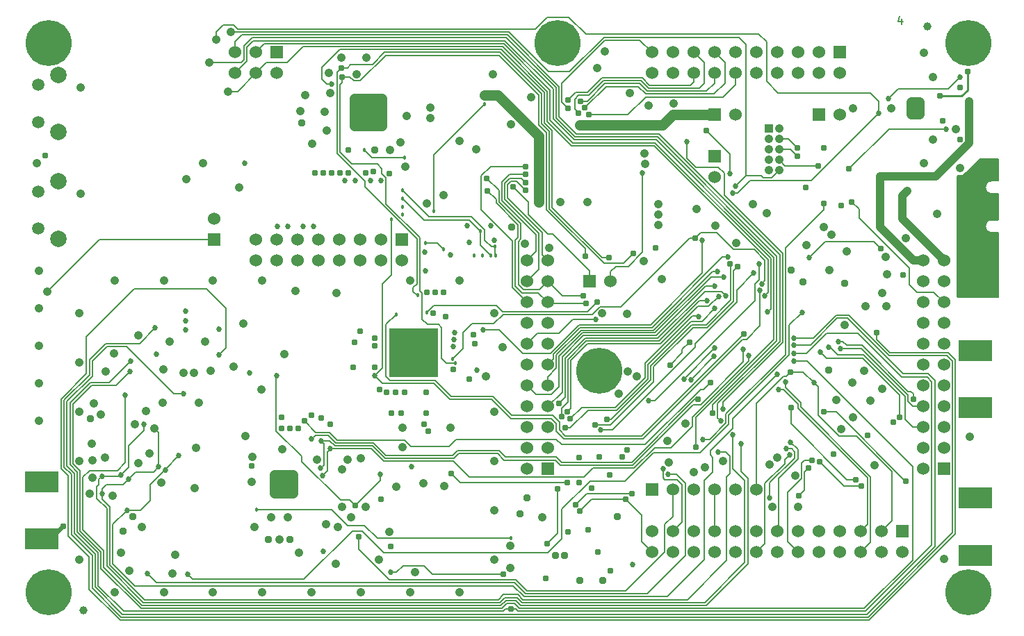
<source format=gbl>
G04 #@! TF.GenerationSoftware,KiCad,Pcbnew,6.0.10-86aedd382b~118~ubuntu22.04.1*
G04 #@! TF.CreationDate,2023-01-31T23:37:38-05:00*
G04 #@! TF.ProjectId,hackrf-one,6861636b-7266-42d6-9f6e-652e6b696361,r9*
G04 #@! TF.SameCoordinates,Original*
G04 #@! TF.FileFunction,Copper,L4,Bot*
G04 #@! TF.FilePolarity,Positive*
%FSLAX46Y46*%
G04 Gerber Fmt 4.6, Leading zero omitted, Abs format (unit mm)*
G04 Created by KiCad (PCBNEW 6.0.10-86aedd382b~118~ubuntu22.04.1) date 2023-01-31 23:37:38*
%MOMM*%
%LPD*%
G01*
G04 APERTURE LIST*
%ADD10C,0.177800*%
G04 #@! TA.AperFunction,NonConductor*
%ADD11C,0.177800*%
G04 #@! TD*
G04 #@! TA.AperFunction,SMDPad,CuDef*
%ADD12C,1.000000*%
G04 #@! TD*
G04 #@! TA.AperFunction,ComponentPad*
%ADD13C,1.500000*%
G04 #@! TD*
G04 #@! TA.AperFunction,ComponentPad*
%ADD14C,1.400000*%
G04 #@! TD*
G04 #@! TA.AperFunction,ComponentPad*
%ADD15C,0.600000*%
G04 #@! TD*
G04 #@! TA.AperFunction,ComponentPad*
%ADD16C,5.600000*%
G04 #@! TD*
G04 #@! TA.AperFunction,SMDPad,CuDef*
%ADD17R,4.190000X2.665000*%
G04 #@! TD*
G04 #@! TA.AperFunction,ComponentPad*
%ADD18R,1.524000X1.524000*%
G04 #@! TD*
G04 #@! TA.AperFunction,ComponentPad*
%ADD19C,1.524000*%
G04 #@! TD*
G04 #@! TA.AperFunction,ComponentPad*
%ADD20R,1.066800X1.066800*%
G04 #@! TD*
G04 #@! TA.AperFunction,ComponentPad*
%ADD21C,1.066800*%
G04 #@! TD*
G04 #@! TA.AperFunction,ComponentPad*
%ADD22C,2.000000*%
G04 #@! TD*
G04 #@! TA.AperFunction,ComponentPad*
%ADD23C,0.500000*%
G04 #@! TD*
G04 #@! TA.AperFunction,SMDPad,CuDef*
%ADD24R,5.900000X5.900000*%
G04 #@! TD*
G04 #@! TA.AperFunction,ComponentPad*
%ADD25C,0.635000*%
G04 #@! TD*
G04 #@! TA.AperFunction,ComponentPad*
%ADD26C,0.585000*%
G04 #@! TD*
G04 #@! TA.AperFunction,ViaPad*
%ADD27C,0.685800*%
G04 #@! TD*
G04 #@! TA.AperFunction,ViaPad*
%ADD28C,0.787400*%
G04 #@! TD*
G04 #@! TA.AperFunction,ViaPad*
%ADD29C,1.066800*%
G04 #@! TD*
G04 #@! TA.AperFunction,ViaPad*
%ADD30C,0.457200*%
G04 #@! TD*
G04 #@! TA.AperFunction,ViaPad*
%ADD31C,0.939800*%
G04 #@! TD*
G04 #@! TA.AperFunction,Conductor*
%ADD32C,0.203200*%
G04 #@! TD*
G04 #@! TA.AperFunction,Conductor*
%ADD33C,1.016000*%
G04 #@! TD*
G04 #@! TA.AperFunction,Conductor*
%ADD34C,0.254000*%
G04 #@! TD*
G04 #@! TA.AperFunction,Conductor*
%ADD35C,1.270000*%
G04 #@! TD*
G04 #@! TA.AperFunction,Conductor*
%ADD36C,0.508000*%
G04 #@! TD*
G04 APERTURE END LIST*
D10*
D11*
X167893523Y-101082285D02*
X167893523Y-101759619D01*
X167651619Y-100695238D02*
X167409714Y-101420952D01*
X168038666Y-101420952D01*
D12*
G04 #@! TO.P,MARK1MM,*
G04 #@! TO.N,*
X171000000Y-102000000D03*
G04 #@! TD*
D13*
G04 #@! TO.P,J1,0,SHIELD*
G04 #@! TO.N,/Microcontroller\u002C CPLD\u002C USB\u002C Power/USB_SHIELD*
X178800000Y-128125000D03*
D14*
X175770000Y-121510000D03*
X175770000Y-126490000D03*
D13*
X178800000Y-119875000D03*
G04 #@! TD*
D15*
G04 #@! TO.P,J4,1,Pin_1*
G04 #@! TO.N,GND*
X61800000Y-104000000D03*
D16*
X64000000Y-104000000D03*
D15*
X62450000Y-105550000D03*
X64000000Y-106200000D03*
X64000000Y-101800000D03*
X62450000Y-102450000D03*
X65550000Y-105550000D03*
X65550000Y-102450000D03*
X66200000Y-104000000D03*
G04 #@! TD*
G04 #@! TO.P,J5,1,Pin_1*
G04 #@! TO.N,GND*
X61800000Y-171000000D03*
X62450000Y-172550000D03*
X65550000Y-172550000D03*
X65550000Y-169450000D03*
X64000000Y-173200000D03*
X66200000Y-171000000D03*
X64000000Y-168800000D03*
X62450000Y-169450000D03*
D16*
X64000000Y-171000000D03*
G04 #@! TD*
D15*
G04 #@! TO.P,J6,1,Pin_1*
G04 #@! TO.N,GND*
X174450000Y-169450000D03*
X176000000Y-173200000D03*
X176000000Y-168800000D03*
X173800000Y-171000000D03*
D16*
X176000000Y-171000000D03*
D15*
X177550000Y-169450000D03*
X174450000Y-172550000D03*
X177550000Y-172550000D03*
X178200000Y-171000000D03*
G04 #@! TD*
G04 #@! TO.P,J7,1,Pin_1*
G04 #@! TO.N,GND*
X177550000Y-102450000D03*
X176000000Y-106200000D03*
X173800000Y-104000000D03*
X174450000Y-105550000D03*
X177550000Y-105550000D03*
X176000000Y-101800000D03*
X178200000Y-104000000D03*
X174450000Y-102450000D03*
D16*
X176000000Y-104000000D03*
G04 #@! TD*
D15*
G04 #@! TO.P,J8,1,Pin_1*
G04 #@! TO.N,GND*
X126000000Y-101800000D03*
X127550000Y-102450000D03*
X126000000Y-106200000D03*
X128200000Y-104000000D03*
X127550000Y-105550000D03*
D16*
X126000000Y-104000000D03*
D15*
X124450000Y-105550000D03*
X124450000Y-102450000D03*
X123800000Y-104000000D03*
G04 #@! TD*
G04 #@! TO.P,J9,1,Pin_1*
G04 #@! TO.N,GND*
X131000000Y-146200000D03*
X131000000Y-141800000D03*
X132550000Y-145550000D03*
X132550000Y-142450000D03*
D16*
X131000000Y-144000000D03*
D15*
X128800000Y-144000000D03*
X129450000Y-142450000D03*
X133200000Y-144000000D03*
X129450000Y-145550000D03*
G04 #@! TD*
G04 #@! TO.P,P2,2,GND*
G04 #@! TO.N,GND*
X175470000Y-140500000D03*
X176470000Y-141500000D03*
X175470000Y-142500000D03*
X175470000Y-147500000D03*
X177470000Y-148500000D03*
X175470000Y-149500000D03*
X175470000Y-148500000D03*
X176470000Y-149500000D03*
X177470000Y-142500000D03*
X176470000Y-148500000D03*
X176470000Y-140500000D03*
D17*
X176875000Y-148492500D03*
D15*
X177470000Y-140500000D03*
X177470000Y-141500000D03*
D17*
X176875000Y-141507500D03*
D15*
X176470000Y-142500000D03*
X175470000Y-141500000D03*
X177470000Y-147500000D03*
X176470000Y-147500000D03*
X177470000Y-149500000D03*
G04 #@! TD*
D18*
G04 #@! TO.P,P3,1,Pin_1*
G04 #@! TO.N,GND*
X145090000Y-117850000D03*
D19*
G04 #@! TO.P,P3,2,Pin_2*
X145090000Y-120390000D03*
G04 #@! TD*
D15*
G04 #@! TO.P,P4,2,GND*
G04 #@! TO.N,GND*
X62530000Y-156500000D03*
X63530000Y-165500000D03*
X64530000Y-164500000D03*
X64530000Y-157500000D03*
X64530000Y-165500000D03*
X62530000Y-164500000D03*
X63530000Y-164500000D03*
X62530000Y-157500000D03*
X62530000Y-165500000D03*
X63530000Y-163500000D03*
X64530000Y-163500000D03*
D17*
X63125000Y-157507500D03*
D15*
X63530000Y-157500000D03*
X64530000Y-158500000D03*
X63530000Y-158500000D03*
X62530000Y-158500000D03*
X63530000Y-156500000D03*
X64530000Y-156500000D03*
X62530000Y-163500000D03*
D17*
X63125000Y-164492500D03*
G04 #@! TD*
D18*
G04 #@! TO.P,P5,1,Pin_1*
G04 #@! TO.N,GND*
X91750000Y-105150000D03*
D19*
G04 #@! TO.P,P5,2,Pin_2*
G04 #@! TO.N,VCC*
X91750000Y-107690000D03*
G04 #@! TO.P,P5,3,Pin_3*
G04 #@! TO.N,/Microcontroller\u002C CPLD\u002C USB\u002C Power/LED1*
X89210000Y-105150000D03*
G04 #@! TO.P,P5,4,Pin_4*
G04 #@! TO.N,/Microcontroller\u002C CPLD\u002C USB\u002C Power/LED2*
X89210000Y-107690000D03*
G04 #@! TO.P,P5,5,Pin_5*
G04 #@! TO.N,!VAA_ENABLE*
X86670000Y-105150000D03*
G04 #@! TO.P,P5,6,Pin_6*
G04 #@! TO.N,/Microcontroller\u002C CPLD\u002C USB\u002C Power/LED3*
X86670000Y-107690000D03*
G04 #@! TD*
D18*
G04 #@! TO.P,P9,1,Pin_1*
G04 #@! TO.N,GND*
X106990000Y-128010000D03*
D19*
G04 #@! TO.P,P9,2,Pin_2*
X106990000Y-130550000D03*
G04 #@! TO.P,P9,3,Pin_3*
X104450000Y-128010000D03*
G04 #@! TO.P,P9,4,Pin_4*
G04 #@! TO.N,/Baseband/RXBBQ-*
X104450000Y-130550000D03*
G04 #@! TO.P,P9,5,Pin_5*
G04 #@! TO.N,/Baseband/RXBBI-*
X101910000Y-128010000D03*
G04 #@! TO.P,P9,6,Pin_6*
G04 #@! TO.N,/Baseband/RXBBQ+*
X101910000Y-130550000D03*
G04 #@! TO.P,P9,7,Pin_7*
G04 #@! TO.N,/Baseband/RXBBI+*
X99370000Y-128010000D03*
G04 #@! TO.P,P9,8,Pin_8*
G04 #@! TO.N,GND*
X99370000Y-130550000D03*
G04 #@! TO.P,P9,9,Pin_9*
X96830000Y-128010000D03*
G04 #@! TO.P,P9,10,Pin_10*
G04 #@! TO.N,/Baseband/TXBBI-*
X96830000Y-130550000D03*
G04 #@! TO.P,P9,11,Pin_11*
G04 #@! TO.N,/Baseband/TXBBQ+*
X94290000Y-128010000D03*
G04 #@! TO.P,P9,12,Pin_12*
G04 #@! TO.N,/Baseband/TXBBI+*
X94290000Y-130550000D03*
G04 #@! TO.P,P9,13,Pin_13*
G04 #@! TO.N,/Baseband/TXBBQ-*
X91750000Y-128010000D03*
G04 #@! TO.P,P9,14,Pin_14*
G04 #@! TO.N,GND*
X91750000Y-130550000D03*
G04 #@! TO.P,P9,15,Pin_15*
X89210000Y-128010000D03*
G04 #@! TO.P,P9,16,Pin_16*
X89210000Y-130550000D03*
G04 #@! TD*
D15*
G04 #@! TO.P,P16,2,GND*
G04 #@! TO.N,GND*
X175470000Y-160500000D03*
X176470000Y-167500000D03*
X175470000Y-158500000D03*
X176470000Y-160500000D03*
X176470000Y-159500000D03*
X175470000Y-167500000D03*
X177470000Y-158500000D03*
X177470000Y-165500000D03*
X176470000Y-166500000D03*
X177470000Y-159500000D03*
X177470000Y-160500000D03*
X177470000Y-167500000D03*
X175470000Y-165500000D03*
X175470000Y-159500000D03*
D17*
X176875000Y-159507500D03*
D15*
X175470000Y-166500000D03*
X176470000Y-158500000D03*
D17*
X176875000Y-166492500D03*
D15*
X177470000Y-166500000D03*
X176470000Y-165500000D03*
G04 #@! TD*
D18*
G04 #@! TO.P,P20,1,Pin_1*
G04 #@! TO.N,/Microcontroller\u002C CPLD\u002C USB\u002C Power/VBAT*
X173030000Y-155950000D03*
D19*
G04 #@! TO.P,P20,2,Pin_2*
G04 #@! TO.N,/Microcontroller\u002C CPLD\u002C USB\u002C Power/RTC_ALARM*
X170490000Y-155950000D03*
G04 #@! TO.P,P20,3,Pin_3*
G04 #@! TO.N,VCC*
X173030000Y-153410000D03*
G04 #@! TO.P,P20,4,Pin_4*
G04 #@! TO.N,/Microcontroller\u002C CPLD\u002C USB\u002C Power/WAKEUP*
X170490000Y-153410000D03*
G04 #@! TO.P,P20,5,Pin_5*
G04 #@! TO.N,/Microcontroller\u002C CPLD\u002C USB\u002C Power/GPIO3_8*
X173030000Y-150870000D03*
G04 #@! TO.P,P20,6,Pin_6*
G04 #@! TO.N,/Microcontroller\u002C CPLD\u002C USB\u002C Power/GPIO3_9*
X170490000Y-150870000D03*
G04 #@! TO.P,P20,7,Pin_7*
G04 #@! TO.N,/Microcontroller\u002C CPLD\u002C USB\u002C Power/GPIO3_10*
X173030000Y-148330000D03*
G04 #@! TO.P,P20,8,Pin_8*
G04 #@! TO.N,/Microcontroller\u002C CPLD\u002C USB\u002C Power/GPIO3_11*
X170490000Y-148330000D03*
G04 #@! TO.P,P20,9,Pin_9*
G04 #@! TO.N,/Microcontroller\u002C CPLD\u002C USB\u002C Power/GPIO3_12*
X173030000Y-145790000D03*
G04 #@! TO.P,P20,10,Pin_10*
G04 #@! TO.N,/Microcontroller\u002C CPLD\u002C USB\u002C Power/GPIO3_13*
X170490000Y-145790000D03*
G04 #@! TO.P,P20,11,Pin_11*
G04 #@! TO.N,/Microcontroller\u002C CPLD\u002C USB\u002C Power/GPIO3_14*
X173030000Y-143250000D03*
G04 #@! TO.P,P20,12,Pin_12*
G04 #@! TO.N,/Microcontroller\u002C CPLD\u002C USB\u002C Power/GPIO3_15*
X170490000Y-143250000D03*
G04 #@! TO.P,P20,13,Pin_13*
G04 #@! TO.N,GND*
X173030000Y-140710000D03*
G04 #@! TO.P,P20,14,Pin_14*
G04 #@! TO.N,/Microcontroller\u002C CPLD\u002C USB\u002C Power/ADC0_6*
X170490000Y-140710000D03*
G04 #@! TO.P,P20,15,Pin_15*
G04 #@! TO.N,GND*
X173030000Y-138170000D03*
G04 #@! TO.P,P20,16,Pin_16*
G04 #@! TO.N,/Microcontroller\u002C CPLD\u002C USB\u002C Power/ADC0_2*
X170490000Y-138170000D03*
G04 #@! TO.P,P20,17,Pin_17*
G04 #@! TO.N,/Microcontroller\u002C CPLD\u002C USB\u002C Power/VBUSCTRL*
X173030000Y-135630000D03*
G04 #@! TO.P,P20,18,Pin_18*
G04 #@! TO.N,/Microcontroller\u002C CPLD\u002C USB\u002C Power/ADC0_5*
X170490000Y-135630000D03*
G04 #@! TO.P,P20,19,Pin_19*
G04 #@! TO.N,GND*
X173030000Y-133090000D03*
G04 #@! TO.P,P20,20,Pin_20*
G04 #@! TO.N,/Microcontroller\u002C CPLD\u002C USB\u002C Power/ADC0_0*
X170490000Y-133090000D03*
G04 #@! TO.P,P20,21,Pin_21*
G04 #@! TO.N,/Microcontroller\u002C CPLD\u002C USB\u002C Power/VBUS*
X173030000Y-130550000D03*
G04 #@! TO.P,P20,22,Pin_22*
G04 #@! TO.N,/Microcontroller\u002C CPLD\u002C USB\u002C Power/VIN*
X170490000Y-130550000D03*
G04 #@! TD*
D18*
G04 #@! TO.P,P22,1,Pin_1*
G04 #@! TO.N,CLKOUT*
X167950000Y-163570000D03*
D19*
G04 #@! TO.P,P22,2,Pin_2*
G04 #@! TO.N,CLKIN*
X167950000Y-166110000D03*
G04 #@! TO.P,P22,3,Pin_3*
G04 #@! TO.N,/Microcontroller\u002C CPLD\u002C USB\u002C Power/RESET*
X165410000Y-163570000D03*
G04 #@! TO.P,P22,4,Pin_4*
G04 #@! TO.N,GND*
X165410000Y-166110000D03*
G04 #@! TO.P,P22,5,Pin_5*
G04 #@! TO.N,/Microcontroller\u002C CPLD\u002C USB\u002C Power/I2C1_SCL*
X162870000Y-163570000D03*
G04 #@! TO.P,P22,6,Pin_6*
G04 #@! TO.N,/Microcontroller\u002C CPLD\u002C USB\u002C Power/I2C1_SDA*
X162870000Y-166110000D03*
G04 #@! TO.P,P22,7,Pin_7*
G04 #@! TO.N,/Microcontroller\u002C CPLD\u002C USB\u002C Power/SPIFI_CIPO*
X160330000Y-163570000D03*
G04 #@! TO.P,P22,8,Pin_8*
G04 #@! TO.N,/Microcontroller\u002C CPLD\u002C USB\u002C Power/SPIFI_SCK*
X160330000Y-166110000D03*
G04 #@! TO.P,P22,9,Pin_9*
G04 #@! TO.N,/Microcontroller\u002C CPLD\u002C USB\u002C Power/SPIFI_COPI*
X157790000Y-163570000D03*
G04 #@! TO.P,P22,10,Pin_10*
G04 #@! TO.N,GND*
X157790000Y-166110000D03*
G04 #@! TO.P,P22,11,Pin_11*
G04 #@! TO.N,VCC*
X155250000Y-163570000D03*
G04 #@! TO.P,P22,12,Pin_12*
G04 #@! TO.N,/Microcontroller\u002C CPLD\u002C USB\u002C Power/I2S0_RX_SCK*
X155250000Y-166110000D03*
G04 #@! TO.P,P22,13,Pin_13*
G04 #@! TO.N,/Microcontroller\u002C CPLD\u002C USB\u002C Power/I2S0_RX_SDA*
X152710000Y-163570000D03*
G04 #@! TO.P,P22,14,Pin_14*
G04 #@! TO.N,/Microcontroller\u002C CPLD\u002C USB\u002C Power/I2S0_RX_MCLK*
X152710000Y-166110000D03*
G04 #@! TO.P,P22,15,Pin_15*
G04 #@! TO.N,/Microcontroller\u002C CPLD\u002C USB\u002C Power/I2S0_RX_WS*
X150170000Y-163570000D03*
G04 #@! TO.P,P22,16,Pin_16*
G04 #@! TO.N,/Microcontroller\u002C CPLD\u002C USB\u002C Power/I2S0_TX_SCK*
X150170000Y-166110000D03*
G04 #@! TO.P,P22,17,Pin_17*
G04 #@! TO.N,/Microcontroller\u002C CPLD\u002C USB\u002C Power/I2S0_TX_MCLK*
X147630000Y-163570000D03*
G04 #@! TO.P,P22,18,Pin_18*
G04 #@! TO.N,GND*
X147630000Y-166110000D03*
G04 #@! TO.P,P22,19,Pin_19*
G04 #@! TO.N,/Microcontroller\u002C CPLD\u002C USB\u002C Power/U0_RXD*
X145090000Y-163570000D03*
G04 #@! TO.P,P22,20,Pin_20*
G04 #@! TO.N,/Microcontroller\u002C CPLD\u002C USB\u002C Power/U0_TXD*
X145090000Y-166110000D03*
G04 #@! TO.P,P22,21,Pin_21*
G04 #@! TO.N,/Microcontroller\u002C CPLD\u002C USB\u002C Power/P2_9*
X142550000Y-163570000D03*
G04 #@! TO.P,P22,22,Pin_22*
G04 #@! TO.N,/Microcontroller\u002C CPLD\u002C USB\u002C Power/P2_13*
X142550000Y-166110000D03*
G04 #@! TO.P,P22,23,Pin_23*
G04 #@! TO.N,/Microcontroller\u002C CPLD\u002C USB\u002C Power/P2_8*
X140010000Y-163570000D03*
G04 #@! TO.P,P22,24,Pin_24*
G04 #@! TO.N,SDA*
X140010000Y-166110000D03*
G04 #@! TO.P,P22,25,Pin_25*
G04 #@! TO.N,CLKOUT*
X137470000Y-163570000D03*
G04 #@! TO.P,P22,26,Pin_26*
G04 #@! TO.N,SCL*
X137470000Y-166110000D03*
G04 #@! TD*
D18*
G04 #@! TO.P,P25,1,Pin_1*
G04 #@! TO.N,GND*
X137470000Y-158490000D03*
D19*
G04 #@! TO.P,P25,2,Pin_2*
G04 #@! TO.N,RX*
X140010000Y-158490000D03*
G04 #@! TO.P,P25,3,Pin_3*
G04 #@! TO.N,unconnected-(P25-Pad3)*
X142550000Y-158490000D03*
G04 #@! TO.P,P25,4,Pin_4*
G04 #@! TO.N,/Microcontroller\u002C CPLD\u002C USB\u002C Power/U0_RXD*
X145090000Y-158490000D03*
G04 #@! TO.P,P25,5,Pin_5*
G04 #@! TO.N,/Microcontroller\u002C CPLD\u002C USB\u002C Power/U0_TXD*
X147630000Y-158490000D03*
G04 #@! TO.P,P25,6,Pin_6*
G04 #@! TO.N,/Microcontroller\u002C CPLD\u002C USB\u002C Power/RESET*
X150170000Y-158490000D03*
G04 #@! TD*
D20*
G04 #@! TO.P,P26,1,Pin_1*
G04 #@! TO.N,VCC*
X151662600Y-114466600D03*
D21*
G04 #@! TO.P,P26,2,Pin_2*
G04 #@! TO.N,/Microcontroller\u002C CPLD\u002C USB\u002C Power/TMS*
X152932600Y-114466600D03*
G04 #@! TO.P,P26,3,Pin_3*
G04 #@! TO.N,GND*
X151662600Y-115736600D03*
G04 #@! TO.P,P26,4,Pin_4*
G04 #@! TO.N,/Microcontroller\u002C CPLD\u002C USB\u002C Power/TCK*
X152932600Y-115736600D03*
G04 #@! TO.P,P26,5,Pin_5*
G04 #@! TO.N,GND*
X151662600Y-117006600D03*
G04 #@! TO.P,P26,6,Pin_6*
G04 #@! TO.N,/Microcontroller\u002C CPLD\u002C USB\u002C Power/TDO*
X152932600Y-117006600D03*
G04 #@! TO.P,P26,7,Pin_7*
G04 #@! TO.N,unconnected-(P26-Pad7)*
X151662600Y-118276600D03*
G04 #@! TO.P,P26,8,Pin_8*
G04 #@! TO.N,/Microcontroller\u002C CPLD\u002C USB\u002C Power/TDI*
X152932600Y-118276600D03*
G04 #@! TO.P,P26,9,Pin_9*
G04 #@! TO.N,GND*
X151662600Y-119546600D03*
G04 #@! TO.P,P26,10,Pin_10*
G04 #@! TO.N,/Microcontroller\u002C CPLD\u002C USB\u002C Power/RESET*
X152932600Y-119546600D03*
G04 #@! TD*
D18*
G04 #@! TO.P,P28,1,Pin_1*
G04 #@! TO.N,VCC*
X124770000Y-155950000D03*
D19*
G04 #@! TO.P,P28,2,Pin_2*
G04 #@! TO.N,GND*
X122230000Y-155950000D03*
G04 #@! TO.P,P28,3,Pin_3*
G04 #@! TO.N,/Microcontroller\u002C CPLD\u002C USB\u002C Power/SD_CD*
X124770000Y-153410000D03*
G04 #@! TO.P,P28,4,Pin_4*
G04 #@! TO.N,/Microcontroller\u002C CPLD\u002C USB\u002C Power/SD_DAT3*
X122230000Y-153410000D03*
G04 #@! TO.P,P28,5,Pin_5*
G04 #@! TO.N,/Microcontroller\u002C CPLD\u002C USB\u002C Power/SD_DAT2*
X124770000Y-150870000D03*
G04 #@! TO.P,P28,6,Pin_6*
G04 #@! TO.N,/Microcontroller\u002C CPLD\u002C USB\u002C Power/SD_DAT1*
X122230000Y-150870000D03*
G04 #@! TO.P,P28,7,Pin_7*
G04 #@! TO.N,/Microcontroller\u002C CPLD\u002C USB\u002C Power/SD_DAT0*
X124770000Y-148330000D03*
G04 #@! TO.P,P28,8,Pin_8*
G04 #@! TO.N,/Microcontroller\u002C CPLD\u002C USB\u002C Power/SD_VOLT0*
X122230000Y-148330000D03*
G04 #@! TO.P,P28,9,Pin_9*
G04 #@! TO.N,/Microcontroller\u002C CPLD\u002C USB\u002C Power/SD_CMD*
X124770000Y-145790000D03*
G04 #@! TO.P,P28,10,Pin_10*
G04 #@! TO.N,/Microcontroller\u002C CPLD\u002C USB\u002C Power/SD_POW*
X122230000Y-145790000D03*
G04 #@! TO.P,P28,11,Pin_11*
G04 #@! TO.N,/Microcontroller\u002C CPLD\u002C USB\u002C Power/SD_CLK*
X124770000Y-143250000D03*
G04 #@! TO.P,P28,12,Pin_12*
G04 #@! TO.N,GND*
X122230000Y-143250000D03*
G04 #@! TO.P,P28,13,Pin_13*
G04 #@! TO.N,FSX2_CLK*
X124770000Y-140710000D03*
G04 #@! TO.P,P28,14,Pin_14*
G04 #@! TO.N,SGPIO_CLK*
X122230000Y-140710000D03*
G04 #@! TO.P,P28,15,Pin_15*
G04 #@! TO.N,/Microcontroller\u002C CPLD\u002C USB\u002C Power/B1AUX14*
X124770000Y-138170000D03*
G04 #@! TO.P,P28,16,Pin_16*
G04 #@! TO.N,/Microcontroller\u002C CPLD\u002C USB\u002C Power/B1AUX13*
X122230000Y-138170000D03*
G04 #@! TO.P,P28,17,Pin_17*
G04 #@! TO.N,/Microcontroller\u002C CPLD\u002C USB\u002C Power/CPLD_TCK*
X124770000Y-135630000D03*
G04 #@! TO.P,P28,18,Pin_18*
G04 #@! TO.N,/Microcontroller\u002C CPLD\u002C USB\u002C Power/BANK2F3M2*
X122230000Y-135630000D03*
G04 #@! TO.P,P28,19,Pin_19*
G04 #@! TO.N,/Microcontroller\u002C CPLD\u002C USB\u002C Power/CPLD_TDI*
X124770000Y-133090000D03*
G04 #@! TO.P,P28,20,Pin_20*
G04 #@! TO.N,/Microcontroller\u002C CPLD\u002C USB\u002C Power/BANK2F3M6*
X122230000Y-133090000D03*
G04 #@! TO.P,P28,21,Pin_21*
G04 #@! TO.N,/Microcontroller\u002C CPLD\u002C USB\u002C Power/BANK2F3M12*
X124770000Y-130550000D03*
G04 #@! TO.P,P28,22,Pin_22*
G04 #@! TO.N,/Microcontroller\u002C CPLD\u002C USB\u002C Power/BANK2F3M4*
X122230000Y-130550000D03*
G04 #@! TD*
D18*
G04 #@! TO.P,P29,1,Pin_1*
G04 #@! TO.N,/Microcontroller\u002C CPLD\u002C USB\u002C Power/CPLD_TMS*
X129850000Y-133090000D03*
D19*
G04 #@! TO.P,P29,2,Pin_2*
G04 #@! TO.N,/Microcontroller\u002C CPLD\u002C USB\u002C Power/CPLD_TDO*
X132390000Y-133090000D03*
G04 #@! TD*
D18*
G04 #@! TO.P,P30,1,Pin_1*
G04 #@! TO.N,VCC*
X160330000Y-105150000D03*
D19*
G04 #@! TO.P,P30,2,Pin_2*
G04 #@! TO.N,GND*
X160330000Y-107690000D03*
G04 #@! TO.P,P30,3,Pin_3*
G04 #@! TO.N,/Microcontroller\u002C CPLD\u002C USB\u002C Power/B2AUX16*
X157790000Y-105150000D03*
G04 #@! TO.P,P30,4,Pin_4*
G04 #@! TO.N,/Microcontroller\u002C CPLD\u002C USB\u002C Power/B2AUX15*
X157790000Y-107690000D03*
G04 #@! TO.P,P30,5,Pin_5*
G04 #@! TO.N,/Microcontroller\u002C CPLD\u002C USB\u002C Power/B2AUX14*
X155250000Y-105150000D03*
G04 #@! TO.P,P30,6,Pin_6*
G04 #@! TO.N,/Microcontroller\u002C CPLD\u002C USB\u002C Power/B2AUX13*
X155250000Y-107690000D03*
G04 #@! TO.P,P30,7,Pin_7*
G04 #@! TO.N,/Microcontroller\u002C CPLD\u002C USB\u002C Power/B2AUX12*
X152710000Y-105150000D03*
G04 #@! TO.P,P30,8,Pin_8*
G04 #@! TO.N,/Microcontroller\u002C CPLD\u002C USB\u002C Power/B2AUX11*
X152710000Y-107690000D03*
G04 #@! TO.P,P30,9,Pin_9*
G04 #@! TO.N,/Microcontroller\u002C CPLD\u002C USB\u002C Power/B2AUX10*
X150170000Y-105150000D03*
G04 #@! TO.P,P30,10,Pin_10*
G04 #@! TO.N,/Microcontroller\u002C CPLD\u002C USB\u002C Power/B2AUX9*
X150170000Y-107690000D03*
G04 #@! TO.P,P30,11,Pin_11*
G04 #@! TO.N,/Microcontroller\u002C CPLD\u002C USB\u002C Power/B2AUX8*
X147630000Y-105150000D03*
G04 #@! TO.P,P30,12,Pin_12*
G04 #@! TO.N,/Microcontroller\u002C CPLD\u002C USB\u002C Power/B2AUX7*
X147630000Y-107690000D03*
G04 #@! TO.P,P30,13,Pin_13*
G04 #@! TO.N,/Microcontroller\u002C CPLD\u002C USB\u002C Power/B2AUX6*
X145090000Y-105150000D03*
G04 #@! TO.P,P30,14,Pin_14*
G04 #@! TO.N,/Microcontroller\u002C CPLD\u002C USB\u002C Power/B2AUX5*
X145090000Y-107690000D03*
G04 #@! TO.P,P30,15,Pin_15*
G04 #@! TO.N,/Microcontroller\u002C CPLD\u002C USB\u002C Power/B2AUX4*
X142550000Y-105150000D03*
G04 #@! TO.P,P30,16,Pin_16*
G04 #@! TO.N,/Microcontroller\u002C CPLD\u002C USB\u002C Power/B2AUX3*
X142550000Y-107690000D03*
G04 #@! TO.P,P30,17,Pin_17*
G04 #@! TO.N,/Microcontroller\u002C CPLD\u002C USB\u002C Power/B2AUX2*
X140010000Y-105150000D03*
G04 #@! TO.P,P30,18,Pin_18*
G04 #@! TO.N,/Microcontroller\u002C CPLD\u002C USB\u002C Power/B2AUX1*
X140010000Y-107690000D03*
G04 #@! TO.P,P30,19,Pin_19*
G04 #@! TO.N,/Microcontroller\u002C CPLD\u002C USB\u002C Power/GCK0*
X137470000Y-105150000D03*
G04 #@! TO.P,P30,20,Pin_20*
G04 #@! TO.N,GND*
X137470000Y-107690000D03*
G04 #@! TD*
D18*
G04 #@! TO.P,P80,1,Pin_1*
G04 #@! TO.N,/Microcontroller\u002C CPLD\u002C USB\u002C Power/USB_SHIELD*
X178110000Y-130550000D03*
D19*
G04 #@! TO.P,P80,2,Pin_2*
X178110000Y-133090000D03*
G04 #@! TD*
D22*
G04 #@! TO.P,SW1,0,SHIELD*
G04 #@! TO.N,GND*
X65190000Y-120895000D03*
X65190000Y-127905000D03*
D13*
G04 #@! TO.P,SW1,1,1*
G04 #@! TO.N,VCC*
X62700000Y-122150000D03*
G04 #@! TO.P,SW1,2,2*
G04 #@! TO.N,Net-(R30-Pad2)*
X62700000Y-126650000D03*
G04 #@! TD*
D22*
G04 #@! TO.P,SW2,0,SHIELD*
G04 #@! TO.N,GND*
X65190000Y-107895000D03*
X65190000Y-114905000D03*
D13*
G04 #@! TO.P,SW2,1,1*
X62700000Y-109150000D03*
G04 #@! TO.P,SW2,2,2*
G04 #@! TO.N,Net-(R19-Pad2)*
X62700000Y-113650000D03*
G04 #@! TD*
D15*
G04 #@! TO.P,U4,0,EP*
G04 #@! TO.N,GND*
X93720400Y-158863600D03*
X92620400Y-157763600D03*
X91520400Y-157763600D03*
X91520400Y-158863600D03*
X93720400Y-157763600D03*
X92620400Y-158863600D03*
X91520400Y-156663600D03*
X93720400Y-156663600D03*
X92620400Y-156663600D03*
G04 #@! TD*
D23*
G04 #@! TO.P,U17,0,EP*
G04 #@! TO.N,GND*
X108475000Y-140466000D03*
X111175000Y-139116000D03*
X105775000Y-144516000D03*
X107125000Y-139116000D03*
X109825000Y-140466000D03*
X108475000Y-143166000D03*
X111175000Y-144516000D03*
X109825000Y-143166000D03*
X109825000Y-141816000D03*
X109825000Y-144516000D03*
X105775000Y-140466000D03*
X108475000Y-139116000D03*
X107125000Y-143166000D03*
D24*
X108475000Y-141816000D03*
D23*
X105775000Y-141816000D03*
X107125000Y-144516000D03*
X111175000Y-140466000D03*
X107125000Y-140466000D03*
X108475000Y-144516000D03*
X109825000Y-139116000D03*
X105775000Y-139116000D03*
X111175000Y-141816000D03*
X108475000Y-141816000D03*
X107125000Y-141816000D03*
X111175000Y-143166000D03*
X105775000Y-143166000D03*
G04 #@! TD*
D25*
G04 #@! TO.P,U18,0,EP*
G04 #@! TO.N,GND*
X102895400Y-114111800D03*
X104545400Y-114111800D03*
X101245400Y-112461800D03*
X101245400Y-114111800D03*
X101245400Y-110811800D03*
X104545400Y-112461800D03*
X102895400Y-112461800D03*
X102895400Y-110811800D03*
X104545400Y-110811800D03*
G04 #@! TD*
D26*
G04 #@! TO.P,U21,0,PP*
G04 #@! TO.N,GND*
X170030000Y-111201200D03*
X170030000Y-112701200D03*
X169030000Y-112701200D03*
X169030000Y-111201200D03*
X169530000Y-111951200D03*
G04 #@! TD*
D18*
G04 #@! TO.P,NT1,1,1*
G04 #@! TO.N,+1V8*
X145090000Y-112770000D03*
D19*
G04 #@! TO.P,NT1,2,2*
G04 #@! TO.N,/Microcontroller\u002C CPLD\u002C USB\u002C Power/REG_OUT2*
X147630000Y-112770000D03*
G04 #@! TD*
D18*
G04 #@! TO.P,NT2,1,1*
G04 #@! TO.N,VCC*
X157790000Y-112770000D03*
D19*
G04 #@! TO.P,NT2,2,2*
G04 #@! TO.N,/Microcontroller\u002C CPLD\u002C USB\u002C Power/REG_OUT1*
X160330000Y-112770000D03*
G04 #@! TD*
D18*
G04 #@! TO.P,NT3,1,1*
G04 #@! TO.N,VAA*
X84130000Y-128010000D03*
D19*
G04 #@! TO.P,NT3,2,2*
G04 #@! TO.N,Net-(C105-Pad1)*
X84130000Y-125470000D03*
G04 #@! TD*
D12*
G04 #@! TO.P,MARK1MM,*
G04 #@! TO.N,*
X68200000Y-173200000D03*
G04 #@! TD*
D27*
G04 #@! TO.N,!MIX_BYPASS*
X73944200Y-142827200D03*
X105681920Y-168571120D03*
X154760000Y-141850000D03*
D28*
X120294400Y-173024800D03*
X119354100Y-168846496D03*
D27*
G04 #@! TO.N,!RX_AMP_PWR*
X73341200Y-146925600D03*
X148300000Y-152880000D03*
G04 #@! TO.N,!TX_AMP_PWR*
X76000000Y-168700000D03*
X139413100Y-156635800D03*
G04 #@! TO.N,!VAA_ENABLE*
X145830000Y-150120000D03*
D28*
G04 #@! TO.N,/Microcontroller\u002C CPLD\u002C USB\u002C Power/VBAT*
X168351200Y-157429200D03*
X158389695Y-148962882D03*
D29*
G04 #@! TO.N,/Microcontroller\u002C CPLD\u002C USB\u002C Power/VIN*
X176083080Y-111121540D03*
X165283000Y-120313800D03*
D28*
G04 #@! TO.N,/Microcontroller\u002C CPLD\u002C USB\u002C Power/REG_OUT1*
X175895120Y-107532520D03*
X172552600Y-110503400D03*
D29*
G04 #@! TO.N,/Microcontroller\u002C CPLD\u002C USB\u002C Power/VBUS*
X167925000Y-124875000D03*
X168585000Y-122041000D03*
D27*
G04 #@! TO.N,/Microcontroller\u002C CPLD\u002C USB\u002C Power/LED1*
X151530000Y-136840000D03*
D29*
G04 #@! TO.N,/Microcontroller\u002C CPLD\u002C USB\u002C Power/LED2*
X85857200Y-109925200D03*
D27*
X151190000Y-134840000D03*
D28*
G04 #@! TO.N,/Microcontroller\u002C CPLD\u002C USB\u002C Power/LED3*
X142778600Y-153308400D03*
D27*
G04 #@! TO.N,!ANT_BIAS*
X155760000Y-136860000D03*
X80880000Y-168780000D03*
G04 #@! TO.N,/Microcontroller\u002C CPLD\u002C USB\u002C Power/GPIO3_8*
X157967800Y-141700600D03*
D28*
X167614600Y-149631400D03*
D27*
G04 #@! TO.N,/Microcontroller\u002C CPLD\u002C USB\u002C Power/GPIO3_9*
X159018313Y-141114138D03*
D28*
G04 #@! TO.N,/Microcontroller\u002C CPLD\u002C USB\u002C Power/GPIO3_10*
X169291000Y-147472400D03*
D27*
X160131864Y-140431638D03*
G04 #@! TO.N,/Microcontroller\u002C CPLD\u002C USB\u002C Power/GPIO3_11*
X160401272Y-141311703D03*
D28*
G04 #@! TO.N,/Microcontroller\u002C CPLD\u002C USB\u002C Power/VBUSCTRL*
X161800000Y-123400000D03*
G04 #@! TO.N,/Microcontroller\u002C CPLD\u002C USB\u002C Power/RESET*
X154335600Y-144139000D03*
D27*
X157180400Y-145434400D03*
X147640000Y-121470000D03*
D29*
X86136600Y-102686200D03*
D27*
G04 #@! TO.N,/Microcontroller\u002C CPLD\u002C USB\u002C Power/I2C1_SCL*
X142194400Y-145078800D03*
X152862400Y-146247200D03*
X145013800Y-142259400D03*
G04 #@! TO.N,/Microcontroller\u002C CPLD\u002C USB\u002C Power/I2C1_SDA*
X153700600Y-145358200D03*
X141330800Y-145002600D03*
X145090000Y-141243400D03*
D28*
G04 #@! TO.N,/Microcontroller\u002C CPLD\u002C USB\u002C Power/SPIFI_CIPO*
X162306000Y-157251400D03*
X154432000Y-148488400D03*
G04 #@! TO.N,/Microcontroller\u002C CPLD\u002C USB\u002C Power/I2S0_RX_SCK*
X156926400Y-154959400D03*
D27*
G04 #@! TO.N,/Microcontroller\u002C CPLD\u002C USB\u002C Power/I2S0_RX_SDA*
X154366540Y-152734589D03*
G04 #@! TO.N,/Microcontroller\u002C CPLD\u002C USB\u002C Power/I2S0_RX_WS*
X153776800Y-153511600D03*
X151821000Y-159531400D03*
G04 #@! TO.N,/Microcontroller\u002C CPLD\u002C USB\u002C Power/I2S0_TX_SCK*
X154208600Y-154248200D03*
D29*
G04 #@! TO.N,/Microcontroller\u002C CPLD\u002C USB\u002C Power/P2_8*
X83545800Y-106420000D03*
D28*
X144836000Y-149142800D03*
D27*
X138816200Y-155937300D03*
D28*
G04 #@! TO.N,/Microcontroller\u002C CPLD\u002C USB\u002C Power/TCK*
X155142400Y-116778000D03*
G04 #@! TO.N,/Microcontroller\u002C CPLD\u002C USB\u002C Power/TDO*
X155148400Y-117824600D03*
G04 #@! TO.N,/Microcontroller\u002C CPLD\u002C USB\u002C Power/TDI*
X157688400Y-119018400D03*
G04 #@! TO.N,/Microcontroller\u002C CPLD\u002C USB\u002C Power/SD_CD*
X127513200Y-149854000D03*
D27*
X143134200Y-137357200D03*
G04 #@! TO.N,/Microcontroller\u002C CPLD\u002C USB\u002C Power/SD_DAT3*
X145090000Y-136417400D03*
D28*
X126852800Y-150971600D03*
G04 #@! TO.N,/Microcontroller\u002C CPLD\u002C USB\u002C Power/SD_DAT2*
X126471800Y-149625400D03*
D27*
X144182930Y-135474537D03*
G04 #@! TO.N,/Microcontroller\u002C CPLD\u002C USB\u002C Power/SD_DAT1*
X145598000Y-134918800D03*
D28*
X127157600Y-148965000D03*
D27*
G04 #@! TO.N,/Microcontroller\u002C CPLD\u002C USB\u002C Power/SD_DAT0*
X145115400Y-133699600D03*
G04 #@! TO.N,/Microcontroller\u002C CPLD\u002C USB\u002C Power/SD_VOLT0*
X146461600Y-134817200D03*
D28*
X126090800Y-147974400D03*
D27*
G04 #@! TO.N,/Microcontroller\u002C CPLD\u002C USB\u002C Power/SD_CMD*
X145420200Y-131870800D03*
G04 #@! TO.N,/Microcontroller\u002C CPLD\u002C USB\u002C Power/SD_POW*
X146207600Y-132531200D03*
G04 #@! TO.N,/Microcontroller\u002C CPLD\u002C USB\u002C Power/SD_CLK*
X146664800Y-130118200D03*
D28*
G04 #@! TO.N,/Microcontroller\u002C CPLD\u002C USB\u002C Power/CPLD_TCK*
X129469000Y-135782400D03*
X117429400Y-122041000D03*
G04 #@! TO.N,/Microcontroller\u002C CPLD\u002C USB\u002C Power/BANK2F3M2*
X122026800Y-119069200D03*
G04 #@! TO.N,/Microcontroller\u002C CPLD\u002C USB\u002C Power/CPLD_TDI*
X129113400Y-134893400D03*
X117327800Y-120517000D03*
G04 #@! TO.N,/Microcontroller\u002C CPLD\u002C USB\u002C Power/BANK2F3M6*
X122052200Y-121025000D03*
G04 #@! TO.N,/Microcontroller\u002C CPLD\u002C USB\u002C Power/BANK2F3M12*
X122026800Y-121990200D03*
G04 #@! TO.N,/Microcontroller\u002C CPLD\u002C USB\u002C Power/BANK2F3M4*
X122077600Y-120059800D03*
G04 #@! TO.N,/Microcontroller\u002C CPLD\u002C USB\u002C Power/CPLD_TMS*
X120553600Y-121583800D03*
X139674600Y-143281400D03*
X142036800Y-140512800D03*
D27*
G04 #@! TO.N,/Microcontroller\u002C CPLD\u002C USB\u002C Power/CPLD_TDO*
X136301600Y-119907400D03*
D28*
G04 #@! TO.N,/Microcontroller\u002C CPLD\u002C USB\u002C Power/B2AUX7*
X129748400Y-112770000D03*
G04 #@! TO.N,/Microcontroller\u002C CPLD\u002C USB\u002C Power/B2AUX6*
X129265800Y-111931800D03*
G04 #@! TO.N,/Microcontroller\u002C CPLD\u002C USB\u002C Power/B2AUX5*
X128757800Y-111119000D03*
G04 #@! TO.N,/Microcontroller\u002C CPLD\u002C USB\u002C Power/B2AUX4*
X128529200Y-112592200D03*
G04 #@! TO.N,/Microcontroller\u002C CPLD\u002C USB\u002C Power/B2AUX3*
X127259200Y-110992000D03*
G04 #@! TO.N,/Microcontroller\u002C CPLD\u002C USB\u002C Power/GCK0*
X127208400Y-111982600D03*
G04 #@! TO.N,/Microcontroller\u002C CPLD\u002C USB\u002C Power/VREGMODE*
X158348800Y-123615800D03*
D27*
X143626154Y-152339458D03*
D29*
G04 #@! TO.N,/Microcontroller\u002C CPLD\u002C USB\u002C Power/EN1V8*
X84409400Y-103575200D03*
D27*
X165085000Y-112586200D03*
X147300000Y-122330000D03*
G04 #@! TO.N,/Microcontroller\u002C CPLD\u002C USB\u002C Power/SGPIO9*
X146980000Y-119950000D03*
D28*
X144074000Y-114675000D03*
G04 #@! TO.N,/Microcontroller\u002C CPLD\u002C USB\u002C Power/SPIFI_SIO2*
X157917000Y-155061000D03*
X162991800Y-158013400D03*
G04 #@! TO.N,/Microcontroller\u002C CPLD\u002C USB\u002C Power/SPIFI_SIO3*
X155371800Y-159258000D03*
X156545400Y-155848400D03*
D27*
G04 #@! TO.N,/Microcontroller\u002C CPLD\u002C USB\u002C Power/TRIGGER_EN*
X146100000Y-148660000D03*
X141730000Y-116080000D03*
D29*
G04 #@! TO.N,AMP_BYPASS*
X76835000Y-151003000D03*
D27*
X73750000Y-157200000D03*
X70471000Y-159016000D03*
X145496400Y-153918000D03*
X77379800Y-155714000D03*
G04 #@! TO.N,CS_AD*
X98463100Y-108994700D03*
D28*
X132212200Y-130219800D03*
G04 #@! TO.N,CS_XCVR*
X130780000Y-135630000D03*
D30*
X110020000Y-136870000D03*
G04 #@! TO.N,GCK2*
X110920000Y-124540000D03*
X117080000Y-111490000D03*
D29*
G04 #@! TO.N,GND*
X114000000Y-171000000D03*
X74879200Y-139700000D03*
X102000000Y-171000000D03*
X67750000Y-137000000D03*
D28*
X115200000Y-145000000D03*
D29*
X171689000Y-115761200D03*
D27*
X135100000Y-167600000D03*
D29*
X118250000Y-137000000D03*
D28*
X98450400Y-119827800D03*
D29*
X102006400Y-154686000D03*
X133431400Y-146780600D03*
D28*
X130900000Y-166110000D03*
D29*
X62794000Y-150082600D03*
X114046000Y-116001800D03*
D28*
X110075000Y-134400000D03*
D29*
X165933110Y-130104344D03*
X161910000Y-111951200D03*
D28*
X97167000Y-149762600D03*
D29*
X147739111Y-128398095D03*
X172150000Y-124875000D03*
X129621400Y-123463400D03*
X174483000Y-114491200D03*
X100850000Y-161827600D03*
D31*
X93382400Y-164570800D03*
D29*
X110502700Y-111941100D03*
D28*
X174991000Y-115761200D03*
D29*
X154887395Y-156775704D03*
X71912200Y-141862000D03*
D28*
X94373000Y-151007200D03*
D29*
X70852000Y-154621800D03*
X118250000Y-161000000D03*
D28*
X172832000Y-113475200D03*
D31*
X74255600Y-161810000D03*
D29*
X87700000Y-138200000D03*
D28*
X115900000Y-140700000D03*
D29*
X96000000Y-171000000D03*
X69302600Y-157034800D03*
X104163000Y-167052200D03*
X164047256Y-147615843D03*
D28*
X106250000Y-146630000D03*
X92341000Y-151007200D03*
X97434400Y-119827800D03*
D27*
X115200000Y-128300000D03*
D29*
X170546000Y-105220200D03*
X138206600Y-126257400D03*
X118110000Y-107873800D03*
X77735400Y-157669800D03*
D31*
X126800000Y-166540000D03*
D29*
X90000000Y-171000000D03*
X81901000Y-153428000D03*
X62794000Y-131820000D03*
X136652000Y-118795800D03*
D31*
X154440000Y-131750000D03*
D27*
X100076000Y-120767600D03*
D31*
X155850000Y-133190000D03*
D29*
X83062800Y-140414200D03*
X62794000Y-136392000D03*
X74916000Y-155282200D03*
X120200000Y-168033400D03*
X118250000Y-149000000D03*
X94449200Y-166145600D03*
X139527400Y-155188000D03*
X114000000Y-133000000D03*
D27*
X94945200Y-126381000D03*
D31*
X158982392Y-143880057D03*
D29*
X94620200Y-112350900D03*
D27*
X103200200Y-120767600D03*
D29*
X90000000Y-133000000D03*
D28*
X101087000Y-143594000D03*
D29*
X78744800Y-140414200D03*
D28*
X100482400Y-119827800D03*
D29*
X166609000Y-111951200D03*
D28*
X112075000Y-134400000D03*
D29*
X99000000Y-134500000D03*
X86482200Y-143481600D03*
X80777200Y-120644000D03*
X164566600Y-155549600D03*
D28*
X92341000Y-149661000D03*
D29*
X124100000Y-161900000D03*
X151744305Y-155464587D03*
D27*
X104470200Y-120767600D03*
X113410000Y-139340000D03*
D29*
X109628500Y-157672300D03*
X122000000Y-128500000D03*
X96659000Y-154842600D03*
X73817400Y-168393800D03*
X67750000Y-149000000D03*
D31*
X160904166Y-133337236D03*
D29*
X102590600Y-160629600D03*
D28*
X99466400Y-119827800D03*
D29*
X120294400Y-113919000D03*
D28*
X106900000Y-149200000D03*
D29*
X108000000Y-133000000D03*
X70947000Y-144071800D03*
X175000000Y-119300000D03*
X112166400Y-158064200D03*
X67750000Y-143000000D03*
X92679800Y-141983000D03*
X134520174Y-144095583D03*
D28*
X88700000Y-155600000D03*
D29*
X105483800Y-163648600D03*
D28*
X109720000Y-150540000D03*
D29*
X168407200Y-127806800D03*
X160922127Y-138420061D03*
D28*
X110230000Y-151350000D03*
D29*
X88696800Y-157530800D03*
X170546000Y-118682200D03*
X69302600Y-154926600D03*
X81665800Y-144224200D03*
X78000000Y-171000000D03*
X143947000Y-155746800D03*
X72000000Y-133000000D03*
D28*
X96418400Y-119827800D03*
D29*
X75311000Y-163068000D03*
D28*
X96024000Y-149381600D03*
D29*
X159287720Y-127410267D03*
X75869800Y-148894800D03*
X161191535Y-129457765D03*
D28*
X105491400Y-119958200D03*
D29*
X88810400Y-154461600D03*
X87921400Y-151921600D03*
D28*
X101900000Y-139184000D03*
D29*
X136477870Y-130643159D03*
X140137000Y-111423800D03*
X94000000Y-134250000D03*
X160544956Y-151118143D03*
X83697800Y-143995600D03*
X99187000Y-163068000D03*
X95211900Y-110366300D03*
X69000000Y-159000000D03*
X161981797Y-149681302D03*
X149768649Y-123638559D03*
X98132900Y-107699300D03*
D28*
X105700000Y-149200000D03*
D29*
X72000000Y-171000000D03*
D28*
X159593400Y-154146600D03*
X98310000Y-150524600D03*
D29*
X107416600Y-119091200D03*
X124947800Y-128975200D03*
D28*
X102616000Y-119827800D03*
D29*
X166112715Y-132259605D03*
X97725800Y-162716600D03*
X171689000Y-108141200D03*
X96080700Y-116300600D03*
D31*
X69100000Y-149800000D03*
D28*
X103530400Y-119726200D03*
X112360000Y-137400000D03*
D29*
X62794000Y-140938600D03*
D27*
X93091000Y-126381000D03*
D29*
X74484200Y-150481600D03*
X112884100Y-150951900D03*
D27*
X91821000Y-126381000D03*
D29*
X79070200Y-168706800D03*
X134752200Y-110141100D03*
X76287600Y-154113800D03*
X69201000Y-152920000D03*
X158389695Y-126512241D03*
D31*
X90715400Y-164570800D03*
D29*
X165484097Y-134504669D03*
X92112400Y-164570800D03*
D31*
X122200000Y-159500000D03*
D29*
X84000000Y-133000000D03*
X67750000Y-155000000D03*
D28*
X101200000Y-140484000D03*
D29*
X69448800Y-147999800D03*
D28*
X124500000Y-169300000D03*
D29*
X118250000Y-155000000D03*
X122758200Y-110642400D03*
X71766400Y-159270000D03*
X77982800Y-143868600D03*
X107061400Y-150932000D03*
D27*
X117800000Y-126300000D03*
D29*
X67874000Y-122396600D03*
X118250000Y-167000000D03*
D28*
X129700100Y-163400000D03*
D29*
X78000000Y-133000000D03*
D27*
X112940000Y-129850000D03*
D31*
X128700000Y-169600000D03*
D27*
X116170000Y-143950000D03*
D29*
X131699000Y-105054400D03*
X100431600Y-154838400D03*
X108633400Y-168576200D03*
X106360400Y-158164000D03*
D30*
X107050000Y-124950000D03*
D29*
X80395800Y-144224200D03*
D28*
X163759000Y-151911400D03*
D29*
X176205000Y-152013000D03*
X117200000Y-144700000D03*
D31*
X94830900Y-113795300D03*
D29*
X173030000Y-166922800D03*
D28*
X160533200Y-123869800D03*
X93357000Y-151007200D03*
D27*
X96220400Y-126384400D03*
D29*
X131399400Y-137001600D03*
X89885800Y-146275600D03*
X81774000Y-158330200D03*
X126263400Y-123393200D03*
X62540000Y-118713600D03*
D28*
X174991000Y-109411200D03*
D29*
X139349600Y-152546400D03*
X84000000Y-171000000D03*
X67750000Y-167000000D03*
D27*
X80649800Y-137874200D03*
D28*
X110000000Y-149200000D03*
D31*
X125710000Y-166530000D03*
D29*
X152095200Y-160578800D03*
D28*
X115700000Y-139616000D03*
X132270000Y-156700000D03*
D29*
X108000000Y-171000000D03*
D27*
X80649800Y-139017200D03*
D29*
X119300000Y-141100000D03*
D31*
X73087200Y-163537200D03*
D28*
X128620000Y-154540000D03*
D27*
X109900000Y-131770000D03*
D29*
X62794000Y-145510600D03*
X166022912Y-136121115D03*
X165484097Y-146179002D03*
X77851000Y-147904200D03*
X107061000Y-153339800D03*
X142853852Y-124267177D03*
X82270600Y-147878800D03*
D30*
X115800000Y-129950000D03*
D29*
X87152600Y-121660000D03*
X106845100Y-116106700D03*
D31*
X133210100Y-161750000D03*
D27*
X101346000Y-120767600D03*
D29*
X138206600Y-124987400D03*
X110502700Y-113160300D03*
X89064400Y-163046800D03*
D27*
X114930000Y-126280000D03*
D29*
X102646600Y-105835800D03*
X110080000Y-123590000D03*
X99631500Y-105819700D03*
D28*
X104270000Y-146310000D03*
D27*
X80649800Y-136731200D03*
D29*
X98970400Y-167542600D03*
D28*
X65770000Y-162980000D03*
X111075000Y-134400000D03*
G04 #@! TO.N,HP*
X164846000Y-139319000D03*
D27*
X84713800Y-142065200D03*
G04 #@! TO.N,LP*
X154760000Y-140020000D03*
X76966800Y-138737800D03*
G04 #@! TO.N,MCU_CLK*
X131180000Y-151220000D03*
X149870000Y-132070000D03*
G04 #@! TO.N,MIXER_ENX*
X97167000Y-152556600D03*
X97129600Y-155854400D03*
X148595200Y-141395800D03*
G04 #@! TO.N,MIXER_RESETX*
X149204800Y-142132400D03*
X97370200Y-156747600D03*
X98298000Y-153517600D03*
G04 #@! TO.N,MIXER_SCLK*
X96024000Y-152302600D03*
D28*
X143083400Y-147491800D03*
G04 #@! TO.N,MIXER_SDATA*
X95128200Y-150108000D03*
X144620000Y-145410000D03*
G04 #@! TO.N,MIX_BYPASS*
X112980000Y-156520000D03*
X127160000Y-157650000D03*
D30*
G04 #@! TO.N,MIX_CLK*
X89300000Y-160900000D03*
X120260000Y-164430000D03*
G04 #@! TO.N,RSSI*
X106283000Y-137145500D03*
D28*
X148646000Y-139490800D03*
G04 #@! TO.N,RX*
X101732200Y-164205000D03*
X101325800Y-160420400D03*
D27*
X104394000Y-156591000D03*
X91765400Y-144624600D03*
G04 #@! TO.N,RX_AMP*
X70471000Y-156857000D03*
X147325200Y-151809800D03*
X75576400Y-150481600D03*
X72757000Y-156730000D03*
G04 #@! TO.N,RX_MIX_BP*
X154760000Y-142840000D03*
X73893400Y-144097200D03*
D28*
G04 #@! TO.N,SCL*
X128650000Y-161130000D03*
X134300000Y-159700000D03*
G04 #@! TO.N,SDA*
X135000000Y-159000000D03*
X128200000Y-160300000D03*
D27*
G04 #@! TO.N,SGPIO_CLK*
X130660000Y-137700000D03*
G04 #@! TO.N,SSP1_CIPO*
X116940000Y-138960000D03*
X143608193Y-128038885D03*
D28*
G04 #@! TO.N,SSP1_COPI*
X99598600Y-107055000D03*
D30*
X108930000Y-134810000D03*
D28*
X135186540Y-129714340D03*
D30*
G04 #@! TO.N,SSP1_SCK*
X113540000Y-143060000D03*
D28*
X129316600Y-129991200D03*
X99740840Y-108147200D03*
D27*
G04 #@! TO.N,TX_AMP*
X79843600Y-154342400D03*
X78192600Y-156095000D03*
X152735400Y-144418400D03*
X73533000Y-160985200D03*
G04 #@! TO.N,TX_MIX_BP*
X80416400Y-146761200D03*
X154760000Y-140860000D03*
D29*
G04 #@! TO.N,VAA*
X79375700Y-166406800D03*
D28*
X109990000Y-146610000D03*
D31*
X103657400Y-117033800D03*
D29*
X63810000Y-134360000D03*
X99707000Y-155985600D03*
X91100000Y-161840000D03*
D27*
X84713800Y-138890200D03*
D29*
X97604700Y-112414400D03*
D27*
X108204000Y-155651200D03*
D29*
X70369400Y-149364000D03*
D27*
X113340000Y-140170000D03*
X88488800Y-144243600D03*
D29*
X105562400Y-117059200D03*
X101460300Y-107826300D03*
D28*
X104444000Y-159664400D03*
X110790000Y-137000000D03*
D29*
X97828100Y-114735100D03*
X92468000Y-153572600D03*
D28*
X105150000Y-146630000D03*
D27*
X113280000Y-141010000D03*
D28*
X107320000Y-146630000D03*
D29*
X99720400Y-160553400D03*
D28*
X103660000Y-140944200D03*
X105681920Y-165386880D03*
X103659000Y-143602000D03*
D29*
X120200000Y-165333400D03*
D28*
X113290000Y-143820000D03*
X100482400Y-117033800D03*
D29*
X98252400Y-110153800D03*
D27*
X77093800Y-141938200D03*
D29*
X93103000Y-161827600D03*
D28*
X103664800Y-140032000D03*
D29*
X72831800Y-166203400D03*
D27*
X97390520Y-166023680D03*
D29*
G04 #@! TO.N,VCC*
X159872800Y-147593400D03*
D28*
X128620000Y-157630000D03*
D27*
X87900000Y-118700000D03*
D29*
X145206679Y-126332636D03*
X163492300Y-136112600D03*
X138633131Y-132798420D03*
X116078000Y-117017800D03*
X156234433Y-128667503D03*
D28*
X130070000Y-158310000D03*
D29*
X163328836Y-144023741D03*
D28*
X166832400Y-150235000D03*
X133810000Y-154520000D03*
D30*
X116800000Y-129950000D03*
D29*
X67874000Y-109442600D03*
X130810000Y-107111800D03*
D28*
X132370000Y-168360000D03*
D27*
X118240000Y-128090000D03*
D29*
X135615800Y-144697800D03*
X155219400Y-160553400D03*
X142524600Y-156381800D03*
X159061418Y-131688461D03*
D28*
X131050000Y-154490000D03*
X127200000Y-163600000D03*
D29*
X134412411Y-137019141D03*
D28*
X168000800Y-132353400D03*
D29*
X152732133Y-154620443D03*
X82809200Y-118662800D03*
D28*
X134400000Y-153630000D03*
D29*
X137033000Y-111683800D03*
D28*
X158348800Y-116808600D03*
D31*
X131500000Y-169600000D03*
X121400000Y-161400000D03*
D27*
X109770000Y-129480000D03*
D29*
X151474898Y-124805993D03*
X141506813Y-150399722D03*
D28*
X156189800Y-121609200D03*
D29*
X112100000Y-122600000D03*
D28*
X137927200Y-128975200D03*
D29*
X161891995Y-145460582D03*
X146086744Y-154979653D03*
D28*
X63581400Y-117773800D03*
D31*
X120400000Y-126500000D03*
D29*
X136525000Y-117525800D03*
X138206600Y-123692000D03*
X107599600Y-112922400D03*
D30*
X107050000Y-124000000D03*
D28*
G04 #@! TO.N,XCVR_EN*
X142702400Y-127857600D03*
D30*
X113170000Y-142550000D03*
D27*
X150840000Y-133420000D03*
D28*
G04 #@! TO.N,Net-(R51-Pad1)*
X161473000Y-119348600D03*
D27*
X173289200Y-114491200D03*
G04 #@! TO.N,Net-(R52-Pad2)*
X175016400Y-108141200D03*
X166228000Y-110808200D03*
D29*
G04 #@! TO.N,+1V8*
X117094000Y-110363000D03*
X123698000Y-115341400D03*
X128707000Y-114040000D03*
X123703200Y-123412600D03*
D28*
G04 #@! TO.N,CLKOUT_EN*
X146970000Y-130930000D03*
X131990000Y-149940000D03*
G04 #@! TO.N,MCU_CLK_EN*
X130550000Y-150590000D03*
X147850000Y-131330000D03*
D27*
G04 #@! TO.N,CLKIN_DETECT*
X137070000Y-147610000D03*
X150500000Y-130950000D03*
D30*
G04 #@! TO.N,AD_CLK*
X102450900Y-117097300D03*
X107300000Y-118000000D03*
D28*
G04 #@! TO.N,CLKIN_EN*
X124720000Y-165080000D03*
X125990000Y-158360000D03*
G04 #@! TO.N,/Microcontroller\u002C CPLD\u002C USB\u002C Power/ID*
X165308400Y-129076800D03*
D27*
X156620000Y-130160000D03*
D30*
G04 #@! TO.N,XCVR_RXTX*
X117800000Y-129950000D03*
X105700000Y-125500000D03*
D27*
X103690000Y-144610000D03*
X150610000Y-134210000D03*
D30*
X116530000Y-126960000D03*
X107050000Y-123000000D03*
G04 #@! TO.N,Net-(R103-Pad2)*
X118450000Y-129950000D03*
X107050000Y-122000000D03*
X118320000Y-128820000D03*
G04 #@! TO.N,Net-(R102-Pad1)*
X109900000Y-128400000D03*
X112100000Y-129200000D03*
G04 #@! TD*
D32*
G04 #@! TO.N,!MIX_BYPASS*
X158734902Y-139389200D02*
X162554996Y-139389200D01*
X121177394Y-173323594D02*
X120878600Y-173024800D01*
X120294400Y-173024800D02*
X120878600Y-173024800D01*
X119653394Y-173024800D02*
X119354600Y-173323594D01*
X71362404Y-145408996D02*
X69052618Y-145408996D01*
X67462396Y-163667392D02*
X70002390Y-166207386D01*
X70002390Y-166207386D02*
X70002390Y-170205390D01*
X70002390Y-170205390D02*
X73120594Y-173323594D01*
X73120594Y-173323594D02*
X119354600Y-173323594D01*
X106332280Y-168571120D02*
X107136400Y-167767000D01*
X107136400Y-167767000D02*
X109677200Y-167767000D01*
X167894996Y-144729200D02*
X170967400Y-144729200D01*
X170967400Y-144729200D02*
X171551600Y-145313400D01*
X171551600Y-145313400D02*
X171551600Y-165246498D01*
X171551600Y-165246498D02*
X163474504Y-173323594D01*
X66578598Y-147883016D02*
X66578598Y-155462296D01*
X66578598Y-155462296D02*
X67462396Y-156346094D01*
X67462396Y-156346094D02*
X67462396Y-163667392D01*
X156274102Y-141850000D02*
X158734902Y-139389200D01*
X162554996Y-139389200D02*
X167894996Y-144729200D01*
X110756696Y-168846496D02*
X109677200Y-167767000D01*
X154760000Y-141850000D02*
X156274102Y-141850000D01*
X106332280Y-168571120D02*
X105681920Y-168571120D01*
X69052618Y-145408996D02*
X66578598Y-147883016D01*
X163474504Y-173323594D02*
X121177394Y-173323594D01*
X119653394Y-173024800D02*
X120294400Y-173024800D01*
X73944200Y-142827200D02*
X71362404Y-145408996D01*
X119354100Y-168846496D02*
X110756696Y-168846496D01*
G04 #@! TO.N,!RX_AMP_PWR*
X72369800Y-156153200D02*
X73341200Y-155181800D01*
X148300000Y-156290000D02*
X149128600Y-157118600D01*
X119663600Y-172008798D02*
X119060008Y-172612390D01*
X119060008Y-172612390D02*
X75366880Y-172612390D01*
X75366880Y-172612390D02*
X70713594Y-167959104D01*
X149128600Y-167527298D02*
X144043508Y-172612390D01*
X70713594Y-165912794D02*
X68173600Y-163372800D01*
X120868394Y-172008798D02*
X119663600Y-172008798D01*
X68173600Y-156971200D02*
X68991600Y-156153200D01*
X73341200Y-155181800D02*
X73341200Y-146925600D01*
X68991600Y-156153200D02*
X72369800Y-156153200D01*
X148300000Y-152880000D02*
X148300000Y-156290000D01*
X68173600Y-163372800D02*
X68173600Y-156971200D01*
X70713594Y-167959104D02*
X70713594Y-165912794D01*
X149128600Y-157118600D02*
X149128600Y-167527298D01*
X144043508Y-172612390D02*
X121471986Y-172612390D01*
X121471986Y-172612390D02*
X120868394Y-172008798D01*
G04 #@! TO.N,!TX_AMP_PWR*
X140445800Y-156635800D02*
X141520000Y-157710000D01*
X136850018Y-171189982D02*
X141520000Y-166520000D01*
X141520000Y-157710000D02*
X141520000Y-166520000D01*
X120720986Y-169849798D02*
X77149798Y-169849798D01*
X139413100Y-156635800D02*
X140445800Y-156635800D01*
X122061170Y-171189982D02*
X120720986Y-169849798D01*
X122061170Y-171189982D02*
X136850018Y-171189982D01*
X77149798Y-169849798D02*
X76000000Y-168700000D01*
G04 #@! TO.N,!VAA_ENABLE*
X145470000Y-149760000D02*
X145830000Y-150120000D01*
X86670000Y-105150000D02*
X86670000Y-103854600D01*
X86670000Y-103854600D02*
X87482806Y-103041794D01*
X145470000Y-147960000D02*
X145470000Y-149760000D01*
X153020000Y-140410000D02*
X153020000Y-129850000D01*
X153020000Y-140410000D02*
X145470000Y-147960000D01*
X126136534Y-112998600D02*
X128270126Y-115132192D01*
X119846280Y-103041794D02*
X126136534Y-109332048D01*
X87482806Y-103041794D02*
X119846280Y-103041794D01*
X126136534Y-109332048D02*
X126136534Y-112998600D01*
X138302192Y-115132192D02*
X153020000Y-129850000D01*
X128270126Y-115132192D02*
X138302192Y-115132192D01*
G04 #@! TO.N,/Microcontroller\u002C CPLD\u002C USB\u002C Power/VBAT*
X168337000Y-157429200D02*
X168351200Y-157429200D01*
X159870682Y-148962882D02*
X168337000Y-157429200D01*
X158389695Y-148962882D02*
X159870682Y-148962882D01*
D33*
G04 #@! TO.N,/Microcontroller\u002C CPLD\u002C USB\u002C Power/VIN*
X176083080Y-116244720D02*
X172014000Y-120313800D01*
X172014000Y-120313800D02*
X165283000Y-120313800D01*
X165283000Y-126483000D02*
X169350000Y-130550000D01*
X169350000Y-130550000D02*
X170490000Y-130550000D01*
X176083080Y-111121540D02*
X176083080Y-116244720D01*
X165283000Y-120313800D02*
X165283000Y-126483000D01*
D34*
G04 #@! TO.N,/Microcontroller\u002C CPLD\u002C USB\u002C Power/REG_OUT1*
X175895120Y-107532520D02*
X175895120Y-109800740D01*
X175895120Y-109800740D02*
X175192460Y-110503400D01*
X175192460Y-110503400D02*
X172552600Y-110503400D01*
D33*
G04 #@! TO.N,/Microcontroller\u002C CPLD\u002C USB\u002C Power/VBUS*
X168585000Y-122041000D02*
X167925000Y-122701000D01*
X167925000Y-122701000D02*
X167925000Y-124875000D01*
X167925000Y-125445000D02*
X167925000Y-124875000D01*
X173030000Y-130550000D02*
X167925000Y-125445000D01*
D32*
G04 #@! TO.N,/Microcontroller\u002C CPLD\u002C USB\u002C Power/LED1*
X151932752Y-136437248D02*
X151530000Y-136840000D01*
X89210000Y-105150000D02*
X90251400Y-104108600D01*
X127824428Y-116198998D02*
X137838998Y-116198998D01*
X137838998Y-116198998D02*
X151932752Y-130292752D01*
X125069728Y-113444298D02*
X127824428Y-116198998D01*
X125069728Y-109773936D02*
X125069728Y-113444298D01*
X90251400Y-104108600D02*
X119404392Y-104108600D01*
X119404392Y-104108600D02*
X125069728Y-109773936D01*
X151932752Y-130292752D02*
X151932752Y-136437248D01*
G04 #@! TO.N,/Microcontroller\u002C CPLD\u002C USB\u002C Power/LED2*
X85857200Y-109925200D02*
X86974800Y-109925200D01*
X86974800Y-109925200D02*
X89210000Y-107690000D01*
X94950398Y-104464202D02*
X92994600Y-106420000D01*
X151577150Y-134452850D02*
X151190000Y-134840000D01*
X151577150Y-130417150D02*
X151577150Y-134452850D01*
X127677132Y-116554600D02*
X124714126Y-113591594D01*
X124714126Y-113591594D02*
X124714126Y-109921232D01*
X92994600Y-106420000D02*
X90480000Y-106420000D01*
X90480000Y-106420000D02*
X89210000Y-107690000D01*
X119257096Y-104464202D02*
X94950398Y-104464202D01*
X124714126Y-109921232D02*
X119257096Y-104464202D01*
X151577150Y-130417150D02*
X137714600Y-116554600D01*
X137714600Y-116554600D02*
X127677132Y-116554600D01*
G04 #@! TO.N,/Microcontroller\u002C CPLD\u002C USB\u002C Power/LED3*
X88905202Y-103752998D02*
X88143200Y-104515000D01*
X127971724Y-115843396D02*
X125425330Y-113297002D01*
X152288354Y-130168354D02*
X137963396Y-115843396D01*
X137963396Y-115843396D02*
X127971724Y-115843396D01*
X125425330Y-113297002D02*
X125425330Y-109626640D01*
X125425330Y-109626640D02*
X119551688Y-103752998D01*
X142778600Y-149711400D02*
X152288354Y-140201646D01*
X88143200Y-104515000D02*
X88143200Y-106216800D01*
X152288354Y-140201646D02*
X152288354Y-130168354D01*
X88143200Y-106216800D02*
X86670000Y-107690000D01*
X142778600Y-153308400D02*
X142778600Y-149711400D01*
X119551688Y-103752998D02*
X88905202Y-103752998D01*
G04 #@! TO.N,!ANT_BIAS*
X146780000Y-150520000D02*
X146780000Y-149420000D01*
X154180000Y-142020000D02*
X154180000Y-138440000D01*
X100980000Y-163550000D02*
X102170000Y-163550000D01*
X81530000Y-169430000D02*
X95100000Y-169430000D01*
X129910000Y-157450000D02*
X134180000Y-157450000D01*
X124790000Y-166170000D02*
X126480000Y-164480000D01*
X126480000Y-164480000D02*
X126480000Y-160880000D01*
X137660000Y-153970000D02*
X143330000Y-153970000D01*
X80880000Y-168780000D02*
X81530000Y-169430000D01*
X143330000Y-153970000D02*
X146780000Y-150520000D01*
X104790000Y-166170000D02*
X124790000Y-166170000D01*
X154180000Y-138440000D02*
X155760000Y-136860000D01*
X95100000Y-169430000D02*
X100980000Y-163550000D01*
X102170000Y-163550000D02*
X104790000Y-166170000D01*
X146780000Y-149420000D02*
X154180000Y-142020000D01*
X126480000Y-160880000D02*
X129910000Y-157450000D01*
X134180000Y-157450000D02*
X137660000Y-153970000D01*
G04 #@! TO.N,/Microcontroller\u002C CPLD\u002C USB\u002C Power/GPIO3_8*
X158728376Y-142461176D02*
X157967800Y-141700600D01*
X167614600Y-146963294D02*
X167614600Y-149631400D01*
X163112482Y-142461176D02*
X158728376Y-142461176D01*
X163112482Y-142461176D02*
X167614600Y-146963294D01*
G04 #@! TO.N,/Microcontroller\u002C CPLD\u002C USB\u002C Power/GPIO3_9*
X163202288Y-142048084D02*
X168280198Y-147125994D01*
X168280198Y-147125994D02*
X168280198Y-149930198D01*
X168280198Y-149930198D02*
X169220000Y-150870000D01*
X159018313Y-141114138D02*
X159126076Y-141114138D01*
X159126076Y-141114138D02*
X160060022Y-142048084D01*
X170490000Y-150870000D02*
X169220000Y-150870000D01*
X160060022Y-142048084D02*
X163202288Y-142048084D01*
G04 #@! TO.N,/Microcontroller\u002C CPLD\u002C USB\u002C Power/GPIO3_10*
X169291000Y-146812000D02*
X168986200Y-146507200D01*
X168986200Y-146507200D02*
X168667200Y-146507200D01*
X168667200Y-146507200D02*
X163058612Y-140898612D01*
X169291000Y-147472400D02*
X169291000Y-146812000D01*
X161173574Y-140898612D02*
X163058612Y-140898612D01*
X160706601Y-140431638D02*
X161173574Y-140898612D01*
X160131864Y-140431638D02*
X160706601Y-140431638D01*
G04 #@! TO.N,/Microcontroller\u002C CPLD\u002C USB\u002C Power/GPIO3_11*
X168635800Y-147745800D02*
X168635800Y-146978698D01*
X168635800Y-146978698D02*
X162968805Y-141311703D01*
X162968805Y-141311703D02*
X160401272Y-141311703D01*
X169220000Y-148330000D02*
X168635800Y-147745800D01*
X170490000Y-148330000D02*
X169220000Y-148330000D01*
G04 #@! TO.N,/Microcontroller\u002C CPLD\u002C USB\u002C Power/VBUSCTRL*
X162700000Y-124300000D02*
X162700000Y-125400000D01*
X162700000Y-125400000D02*
X168800000Y-131500000D01*
X168800000Y-131500000D02*
X168800000Y-133500000D01*
X168800000Y-133500000D02*
X169700000Y-134400000D01*
X169700000Y-134400000D02*
X171800000Y-134400000D01*
X171800000Y-134400000D02*
X173030000Y-135630000D01*
X161800000Y-123400000D02*
X162700000Y-124300000D01*
G04 #@! TO.N,/Microcontroller\u002C CPLD\u002C USB\u002C Power/RESET*
X150170000Y-147974400D02*
X150170000Y-158490000D01*
X157713800Y-145967800D02*
X157713800Y-149422200D01*
X157713800Y-149422200D02*
X160228400Y-151936800D01*
X160228400Y-151936800D02*
X162341702Y-151936800D01*
X162341702Y-151936800D02*
X166680000Y-156275098D01*
X166680000Y-162300000D02*
X165410000Y-163570000D01*
X155885000Y-144139000D02*
X157180400Y-145434400D01*
X148059244Y-103318644D02*
X131611058Y-103318644D01*
X131611058Y-103318644D02*
X127391094Y-107538608D01*
X127391094Y-107538608D02*
X124845992Y-107538608D01*
X124845992Y-107538608D02*
X119993576Y-102686192D01*
X153796200Y-144678400D02*
X153466000Y-144678400D01*
X153466000Y-144678400D02*
X150170000Y-147974400D01*
X86136608Y-102686192D02*
X86136600Y-102686200D01*
X148925400Y-104184800D02*
X148925400Y-120184600D01*
X148925400Y-120184600D02*
X147640000Y-121470000D01*
X119993576Y-102686192D02*
X86136608Y-102686192D01*
X150794600Y-120184600D02*
X151040000Y-120430000D01*
X154335600Y-144139000D02*
X153796200Y-144678400D01*
X148925400Y-120184600D02*
X150794600Y-120184600D01*
X151040000Y-120430000D02*
X152049200Y-120430000D01*
X166680000Y-156275098D02*
X166680000Y-162300000D01*
X152049200Y-120430000D02*
X152932600Y-119546600D01*
X157180400Y-145434400D02*
X157713800Y-145967800D01*
X154335600Y-144139000D02*
X155885000Y-144139000D01*
X148925400Y-104184800D02*
X148059244Y-103318644D01*
G04 #@! TO.N,/Microcontroller\u002C CPLD\u002C USB\u002C Power/I2C1_SCL*
X163733600Y-162706400D02*
X163733600Y-157067600D01*
X163733600Y-157067600D02*
X155224600Y-148558600D01*
X155224600Y-148558600D02*
X155224600Y-148025200D01*
X153446600Y-146247200D02*
X152862400Y-146247200D01*
X145013800Y-142259400D02*
X142194400Y-145078800D01*
X155224600Y-148025200D02*
X153446600Y-146247200D01*
X162870000Y-163570000D02*
X163733600Y-162706400D01*
G04 #@! TO.N,/Microcontroller\u002C CPLD\u002C USB\u002C Power/I2C1_SDA*
X164089202Y-164890798D02*
X164089202Y-156920304D01*
X164089202Y-156920304D02*
X155580202Y-148411304D01*
X155580202Y-148411304D02*
X155580202Y-147877904D01*
X153700600Y-145998302D02*
X153700600Y-145358200D01*
X141330800Y-145002600D02*
X145090000Y-141243400D01*
X155580202Y-147877904D02*
X153700600Y-145998302D01*
X162870000Y-166110000D02*
X164089202Y-164890798D01*
G04 #@! TO.N,/Microcontroller\u002C CPLD\u002C USB\u002C Power/SPIFI_CIPO*
X154432000Y-148488400D02*
X154432000Y-150469600D01*
X154432000Y-150469600D02*
X161213800Y-157251400D01*
X161213800Y-157251400D02*
X162306000Y-157251400D01*
G04 #@! TO.N,/Microcontroller\u002C CPLD\u002C USB\u002C Power/I2S0_RX_SCK*
X155702000Y-155270200D02*
X155702000Y-157124400D01*
X153980000Y-158846400D02*
X153980000Y-164840000D01*
X155250000Y-166110000D02*
X153980000Y-164840000D01*
X156926400Y-154959400D02*
X156012800Y-154959400D01*
X156012800Y-154959400D02*
X155702000Y-155270200D01*
X155702000Y-157124400D02*
X153980000Y-158846400D01*
G04 #@! TO.N,/Microcontroller\u002C CPLD\u002C USB\u002C Power/I2S0_RX_SDA*
X155228645Y-154781600D02*
X155228645Y-153596694D01*
X152913200Y-157097045D02*
X152913200Y-163366800D01*
X152913200Y-163366800D02*
X152710000Y-163570000D01*
X155228645Y-154781600D02*
X152913200Y-157097045D01*
X155228645Y-153596694D02*
X154366540Y-152734589D01*
G04 #@! TO.N,/Microcontroller\u002C CPLD\u002C USB\u002C Power/I2S0_RX_WS*
X154815553Y-154652145D02*
X151821000Y-157646698D01*
X151821000Y-157646698D02*
X151821000Y-159531400D01*
X153776800Y-153511600D02*
X154462600Y-153511600D01*
X154462600Y-153511600D02*
X154815553Y-153864553D01*
X154815553Y-153864553D02*
X154815553Y-154652145D01*
G04 #@! TO.N,/Microcontroller\u002C CPLD\u002C USB\u002C Power/I2S0_TX_SCK*
X151211400Y-157753400D02*
X151211400Y-165068600D01*
X151211400Y-165068600D02*
X150170000Y-166110000D01*
X154208600Y-154248200D02*
X153662500Y-154794300D01*
X153662500Y-154794300D02*
X153662500Y-155302300D01*
X153662500Y-155302300D02*
X151211400Y-157753400D01*
G04 #@! TO.N,/Microcontroller\u002C CPLD\u002C USB\u002C Power/U0_RXD*
X145090000Y-158490000D02*
X145090000Y-163570000D01*
G04 #@! TO.N,/Microcontroller\u002C CPLD\u002C USB\u002C Power/P2_8*
X138816200Y-157066200D02*
X139030000Y-157280000D01*
X144836000Y-149142800D02*
X144836000Y-148124000D01*
X87437102Y-106420000D02*
X87787598Y-106069504D01*
X144836000Y-148124000D02*
X152643956Y-140316044D01*
X138127794Y-115487794D02*
X152643956Y-130003956D01*
X138816200Y-155937300D02*
X138816200Y-157066200D01*
X87787598Y-106069504D02*
X87787598Y-104367704D01*
X87787598Y-104367704D02*
X88757906Y-103397396D01*
X141110000Y-162470000D02*
X140010000Y-163570000D01*
X88757906Y-103397396D02*
X119698984Y-103397396D01*
X141110000Y-157850000D02*
X141110000Y-162470000D01*
X128119020Y-115487794D02*
X138127794Y-115487794D01*
X125780932Y-109479344D02*
X125780932Y-113149706D01*
X140540000Y-157280000D02*
X141110000Y-157850000D01*
X119698984Y-103397396D02*
X125780932Y-109479344D01*
X125780932Y-113149706D02*
X128119020Y-115487794D01*
X152643956Y-140316044D02*
X152643956Y-130003956D01*
X83545800Y-106420000D02*
X87437102Y-106420000D01*
X139030000Y-157280000D02*
X140540000Y-157280000D01*
G04 #@! TO.N,/Microcontroller\u002C CPLD\u002C USB\u002C Power/TCK*
X155142400Y-116778000D02*
X154101000Y-115736600D01*
X154101000Y-115736600D02*
X152932600Y-115736600D01*
G04 #@! TO.N,/Microcontroller\u002C CPLD\u002C USB\u002C Power/TDO*
X154330400Y-117006600D02*
X155148400Y-117824600D01*
X154330400Y-117006600D02*
X152932600Y-117006600D01*
G04 #@! TO.N,/Microcontroller\u002C CPLD\u002C USB\u002C Power/TDI*
X153674400Y-119018400D02*
X152932600Y-118276600D01*
X153674400Y-119018400D02*
X157688400Y-119018400D01*
G04 #@! TO.N,/Microcontroller\u002C CPLD\u002C USB\u002C Power/SD_CD*
X143069342Y-137292342D02*
X143134200Y-137357200D01*
X136601200Y-143100084D02*
X136601200Y-144830800D01*
X136601200Y-144830800D02*
X132969000Y-148463000D01*
X132969000Y-148463000D02*
X128904200Y-148463000D01*
X128904200Y-148463000D02*
X127513200Y-149854000D01*
X142408942Y-137292342D02*
X143069342Y-137292342D01*
X142408942Y-137292342D02*
X136601200Y-143100084D01*
G04 #@! TO.N,/Microcontroller\u002C CPLD\u002C USB\u002C Power/SD_DAT3*
X145090000Y-136417400D02*
X143536352Y-137971048D01*
X143536352Y-137971048D02*
X142233134Y-137971048D01*
X133116296Y-148818602D02*
X136956802Y-144978096D01*
X136956802Y-144978096D02*
X136956802Y-143247380D01*
X136956802Y-143247380D02*
X142233134Y-137971048D01*
X127514000Y-150971600D02*
X129666998Y-148818602D01*
X129666998Y-148818602D02*
X133116296Y-148818602D01*
X126852800Y-150971600D02*
X127514000Y-150971600D01*
G04 #@! TO.N,/Microcontroller\u002C CPLD\u002C USB\u002C Power/SD_DAT2*
X129470200Y-140369800D02*
X138325688Y-140369800D01*
X126471800Y-148584000D02*
X127228608Y-147827192D01*
X138325688Y-140369800D02*
X143220951Y-135474537D01*
X143220951Y-135474537D02*
X144182930Y-135474537D01*
X127228608Y-147827192D02*
X127228608Y-142611392D01*
X127228608Y-142611392D02*
X129470200Y-140369800D01*
X126471800Y-149625400D02*
X126471800Y-148584000D01*
G04 #@! TO.N,/Microcontroller\u002C CPLD\u002C USB\u002C Power/SD_DAT1*
X145598000Y-134918800D02*
X144359764Y-136157036D01*
X127584210Y-142725790D02*
X127584210Y-148538390D01*
X138498386Y-140700000D02*
X129610000Y-140700000D01*
X127584210Y-148538390D02*
X127157600Y-148965000D01*
X129610000Y-140700000D02*
X127584210Y-142725790D01*
X144359764Y-136157036D02*
X143041350Y-136157036D01*
X143041350Y-136157036D02*
X138498386Y-140700000D01*
G04 #@! TO.N,/Microcontroller\u002C CPLD\u002C USB\u002C Power/SD_DAT0*
X129130600Y-139709400D02*
X137980292Y-139709400D01*
X137980292Y-139709400D02*
X143990092Y-133699600D01*
X126517404Y-142322596D02*
X129130600Y-139709400D01*
X126517404Y-146582596D02*
X126517404Y-142322596D01*
X143990092Y-133699600D02*
X145115400Y-133699600D01*
X124770000Y-148330000D02*
X126517404Y-146582596D01*
G04 #@! TO.N,/Microcontroller\u002C CPLD\u002C USB\u002C Power/SD_VOLT0*
X146461600Y-134817200D02*
X145953600Y-134309200D01*
X129330400Y-140039600D02*
X126873006Y-142496994D01*
X145953600Y-134309200D02*
X143883390Y-134309200D01*
X126873006Y-147192194D02*
X126090800Y-147974400D01*
X126873006Y-142496994D02*
X126873006Y-147192194D01*
X138152990Y-140039600D02*
X129330400Y-140039600D01*
X143883390Y-134309200D02*
X138152990Y-140039600D01*
G04 #@! TO.N,/Microcontroller\u002C CPLD\u002C USB\u002C Power/SD_CMD*
X125805800Y-142084200D02*
X128841000Y-139049000D01*
X128841000Y-139049000D02*
X137634896Y-139049000D01*
X124770000Y-144723200D02*
X125805800Y-143687400D01*
X124770000Y-145790000D02*
X124770000Y-144723200D01*
X137634896Y-139049000D02*
X144813096Y-131870800D01*
X125805800Y-143687400D02*
X125805800Y-142084200D01*
X144813096Y-131870800D02*
X145420200Y-131870800D01*
G04 #@! TO.N,/Microcontroller\u002C CPLD\u002C USB\u002C Power/SD_POW*
X123347598Y-146907598D02*
X122230000Y-145790000D01*
X125176402Y-146907598D02*
X123347598Y-146907598D01*
X144655594Y-132531200D02*
X137807594Y-139379200D01*
X126161802Y-142198198D02*
X126161802Y-145922198D01*
X126161802Y-145922198D02*
X125176402Y-146907598D01*
X128980800Y-139379200D02*
X126161802Y-142198198D01*
X146207600Y-132531200D02*
X144655594Y-132531200D01*
X137807594Y-139379200D02*
X128980800Y-139379200D01*
G04 #@! TO.N,/Microcontroller\u002C CPLD\u002C USB\u002C Power/SD_CLK*
X125470000Y-141950000D02*
X125470000Y-142550000D01*
X128701200Y-138718800D02*
X125470000Y-141950000D01*
X125470000Y-142550000D02*
X124770000Y-143250000D01*
X146062798Y-130118200D02*
X146664800Y-130118200D01*
X137462198Y-138718800D02*
X128701200Y-138718800D01*
X137462198Y-138718800D02*
X146062798Y-130118200D01*
G04 #@! TO.N,/Microcontroller\u002C CPLD\u002C USB\u002C Power/CPLD_TCK*
X120832998Y-133669096D02*
X121650904Y-134487002D01*
X121650904Y-134487002D02*
X123627002Y-134487002D01*
X123627002Y-134487002D02*
X124770000Y-135630000D01*
X120832998Y-128060802D02*
X121112400Y-127781400D01*
X121112400Y-126181090D02*
X118470792Y-123539482D01*
X118470792Y-123539482D02*
X118470792Y-123082392D01*
X118470792Y-123082392D02*
X117429400Y-122041000D01*
X129469000Y-135782400D02*
X124922400Y-135782400D01*
X124922400Y-135782400D02*
X124770000Y-135630000D01*
X120832998Y-133669096D02*
X120832998Y-128060802D01*
X121112400Y-127781400D02*
X121112400Y-126181090D01*
G04 #@! TO.N,/Microcontroller\u002C CPLD\u002C USB\u002C Power/BANK2F3M2*
X120477396Y-133877396D02*
X120477396Y-128136996D01*
X120477396Y-128136996D02*
X116667400Y-124327000D01*
X116667400Y-124327000D02*
X116667400Y-120237600D01*
X116667400Y-120237600D02*
X117835800Y-119069200D01*
X117835800Y-119069200D02*
X122026800Y-119069200D01*
X122230000Y-135630000D02*
X120477396Y-133877396D01*
G04 #@! TO.N,/Microcontroller\u002C CPLD\u002C USB\u002C Power/CPLD_TDI*
X121798200Y-134131400D02*
X121188600Y-133521800D01*
X123728600Y-134131400D02*
X124770000Y-133090000D01*
X121188600Y-128208098D02*
X121468002Y-127928696D01*
X121468002Y-127928696D02*
X121468002Y-126033794D01*
X121468002Y-126033794D02*
X118826394Y-123392186D01*
X118826394Y-123392186D02*
X118826394Y-122015594D01*
X118826394Y-122015594D02*
X117327800Y-120517000D01*
X129113400Y-134893400D02*
X126573400Y-134893400D01*
X126573400Y-134893400D02*
X124770000Y-133090000D01*
X121188600Y-133521800D02*
X121188600Y-128208098D01*
X121798200Y-134131400D02*
X123728600Y-134131400D01*
G04 #@! TO.N,/Microcontroller\u002C CPLD\u002C USB\u002C Power/BANK2F3M6*
X123703198Y-127263194D02*
X119537598Y-123097594D01*
X119537598Y-123097594D02*
X119537598Y-121157104D01*
X120126904Y-120567798D02*
X121594998Y-120567798D01*
X121594998Y-120567798D02*
X122052200Y-121025000D01*
X123703198Y-131616802D02*
X123703198Y-127263194D01*
X122230000Y-133090000D02*
X123703198Y-131616802D01*
X119537598Y-121157104D02*
X120126904Y-120567798D01*
G04 #@! TO.N,/Microcontroller\u002C CPLD\u002C USB\u002C Power/BANK2F3M12*
X124058800Y-129838800D02*
X124058800Y-127115898D01*
X124058800Y-127115898D02*
X119893200Y-122950298D01*
X119893200Y-122950298D02*
X119893200Y-121304400D01*
X119893200Y-121304400D02*
X120274200Y-120923400D01*
X120960000Y-120923400D02*
X122026800Y-121990200D01*
X120274200Y-120923400D02*
X120960000Y-120923400D01*
X124770000Y-130550000D02*
X124058800Y-129838800D01*
G04 #@! TO.N,/Microcontroller\u002C CPLD\u002C USB\u002C Power/BANK2F3M4*
X123347596Y-127410490D02*
X119181996Y-123244890D01*
X120132004Y-120059800D02*
X122077600Y-120059800D01*
X123347596Y-129432404D02*
X122230000Y-130550000D01*
X119181996Y-121009808D02*
X120132004Y-120059800D01*
X123347596Y-127410490D02*
X123347596Y-129432404D01*
X119181996Y-123244890D02*
X119181996Y-121009808D01*
G04 #@! TO.N,/Microcontroller\u002C CPLD\u002C USB\u002C Power/CPLD_TMS*
X141147800Y-141808200D02*
X141147800Y-141401800D01*
X141147800Y-141401800D02*
X142036800Y-140512800D01*
X125354200Y-127349600D02*
X124795400Y-127349600D01*
X124795400Y-127349600D02*
X122402596Y-124956796D01*
X122402596Y-123432796D02*
X120553600Y-121583800D01*
X129850000Y-131845400D02*
X129850000Y-133090000D01*
X125354200Y-127349600D02*
X129850000Y-131845400D01*
X139674600Y-143281400D02*
X141147800Y-141808200D01*
X122402596Y-124956796D02*
X122402596Y-123432796D01*
G04 #@! TO.N,/Microcontroller\u002C CPLD\u002C USB\u002C Power/CPLD_TDO*
X136301600Y-129534000D02*
X134574398Y-131261202D01*
X134574398Y-131261202D02*
X133050398Y-131261202D01*
X133050398Y-131261202D02*
X132390000Y-131921600D01*
X132390000Y-131921600D02*
X132390000Y-133090000D01*
X136301600Y-119907400D02*
X136301600Y-129534000D01*
G04 #@! TO.N,/Microcontroller\u002C CPLD\u002C USB\u002C Power/B2AUX7*
X147630000Y-109087000D02*
X146106000Y-110611000D01*
X146106000Y-110611000D02*
X136682600Y-110611000D01*
X136682600Y-110611000D02*
X134523600Y-112770000D01*
X134523600Y-112770000D02*
X129748400Y-112770000D01*
X147630000Y-109087000D02*
X147630000Y-107690000D01*
G04 #@! TO.N,/Microcontroller\u002C CPLD\u002C USB\u002C Power/B2AUX6*
X146360000Y-106420000D02*
X146360000Y-108934600D01*
X146360000Y-108934600D02*
X145039202Y-110255398D01*
X145039202Y-110255398D02*
X136733398Y-110255398D01*
X135819000Y-109341000D02*
X131856600Y-109341000D01*
X131856600Y-109341000D02*
X129265800Y-111931800D01*
X136733398Y-110255398D02*
X135819000Y-109341000D01*
X146360000Y-106420000D02*
X145090000Y-105150000D01*
G04 #@! TO.N,/Microcontroller\u002C CPLD\u002C USB\u002C Power/B2AUX5*
X145090000Y-108909200D02*
X144099404Y-109899796D01*
X144099404Y-109899796D02*
X136880694Y-109899796D01*
X135966296Y-108985398D02*
X131709304Y-108985398D01*
X131709304Y-108985398D02*
X129575702Y-111119000D01*
X129575702Y-111119000D02*
X128757800Y-111119000D01*
X145090000Y-108909200D02*
X145090000Y-107690000D01*
X136880694Y-109899796D02*
X135966296Y-108985398D01*
G04 #@! TO.N,/Microcontroller\u002C CPLD\u002C USB\u002C Power/B2AUX4*
X143845400Y-106445400D02*
X143845400Y-108934594D01*
X143845400Y-108934594D02*
X143235800Y-109544194D01*
X143235800Y-109544194D02*
X137027990Y-109544194D01*
X128046600Y-112109600D02*
X128529200Y-112592200D01*
X136113592Y-108629796D02*
X131562008Y-108629796D01*
X131562008Y-108629796D02*
X129784004Y-110407800D01*
X129784004Y-110407800D02*
X128529200Y-110407800D01*
X128529200Y-110407800D02*
X128046600Y-110890400D01*
X128046600Y-110890400D02*
X128046600Y-112109600D01*
X137027990Y-109544194D02*
X136113592Y-108629796D01*
X142550000Y-105150000D02*
X143845400Y-106445400D01*
G04 #@! TO.N,/Microcontroller\u002C CPLD\u002C USB\u002C Power/B2AUX3*
X142550000Y-108807600D02*
X142169008Y-109188592D01*
X142169008Y-109188592D02*
X137175286Y-109188592D01*
X136260888Y-108274194D02*
X131414712Y-108274194D01*
X131414712Y-108274194D02*
X129636708Y-110052198D01*
X129636708Y-110052198D02*
X128199002Y-110052198D01*
X128199002Y-110052198D02*
X127259200Y-110992000D01*
X142550000Y-107690000D02*
X142550000Y-108807600D01*
X137175286Y-109188592D02*
X136260888Y-108274194D01*
G04 #@! TO.N,/Microcontroller\u002C CPLD\u002C USB\u002C Power/GCK0*
X127208400Y-111982600D02*
X126492136Y-111266336D01*
X126492136Y-111266336D02*
X126492136Y-108940464D01*
X126492136Y-108940464D02*
X131758354Y-103674246D01*
X131758354Y-103674246D02*
X135994246Y-103674246D01*
X135994246Y-103674246D02*
X137470000Y-105150000D01*
G04 #@! TO.N,/Microcontroller\u002C CPLD\u002C USB\u002C Power/VREGMODE*
X144470542Y-152339458D02*
X146450000Y-150360000D01*
X158348800Y-124388004D02*
X158348800Y-123615800D01*
X146450000Y-150360000D02*
X146450000Y-149280000D01*
X153720000Y-142010000D02*
X153720000Y-129016804D01*
X143626154Y-152339458D02*
X144470542Y-152339458D01*
X153720000Y-129016804D02*
X158348800Y-124388004D01*
X146450000Y-149280000D02*
X153720000Y-142010000D01*
G04 #@! TO.N,/Microcontroller\u002C CPLD\u002C USB\u002C Power/EN1V8*
X152837000Y-110153800D02*
X151414600Y-108731400D01*
X151414600Y-108731400D02*
X151414600Y-103905400D01*
X164089200Y-110153800D02*
X165085000Y-111149600D01*
X165085000Y-112586200D02*
X165085000Y-111149600D01*
X150472242Y-102963042D02*
X151414600Y-103905400D01*
X129404442Y-102963042D02*
X127330200Y-100888800D01*
X127330200Y-100888800D02*
X124714000Y-100888800D01*
X124714000Y-100888800D02*
X123272210Y-102330590D01*
X84409400Y-102686200D02*
X85247600Y-101848000D01*
X85247600Y-101848000D02*
X86543010Y-101848000D01*
X86543010Y-101848000D02*
X87025600Y-102330590D01*
X87025600Y-102330590D02*
X123272210Y-102330590D01*
X147300000Y-122330000D02*
X147860000Y-122330000D01*
X84409400Y-103575200D02*
X84409400Y-102686200D01*
X165085000Y-112586200D02*
X156891200Y-120780000D01*
X150472242Y-102963042D02*
X129404442Y-102963042D01*
X147860000Y-122330000D02*
X149410000Y-120780000D01*
X152837000Y-110153800D02*
X164089200Y-110153800D01*
X149410000Y-120780000D02*
X156891200Y-120780000D01*
G04 #@! TO.N,/Microcontroller\u002C CPLD\u002C USB\u002C Power/SGPIO9*
X144074000Y-114675000D02*
X146980000Y-117581000D01*
X146980000Y-117581000D02*
X146980000Y-119950000D01*
G04 #@! TO.N,/Microcontroller\u002C CPLD\u002C USB\u002C Power/SPIFI_SIO2*
X157917000Y-155061000D02*
X160869400Y-158013400D01*
X160869400Y-158013400D02*
X162991800Y-158013400D01*
G04 #@! TO.N,/Microcontroller\u002C CPLD\u002C USB\u002C Power/SPIFI_SIO3*
X156545400Y-155848400D02*
X156057602Y-156336198D01*
X156057602Y-156336198D02*
X156057602Y-158572198D01*
X156057602Y-158572198D02*
X155371800Y-159258000D01*
G04 #@! TO.N,/Microcontroller\u002C CPLD\u002C USB\u002C Power/TRIGGER_EN*
X146240000Y-119880000D02*
X146240000Y-122590000D01*
X146100000Y-147810000D02*
X146100000Y-148660000D01*
X145540000Y-119180000D02*
X146240000Y-119880000D01*
X141730000Y-118070000D02*
X142840000Y-119180000D01*
X153370000Y-140540000D02*
X146100000Y-147810000D01*
X142840000Y-119180000D02*
X145540000Y-119180000D01*
X141730000Y-116080000D02*
X141730000Y-118070000D01*
X153370000Y-129720000D02*
X153370000Y-140540000D01*
X146240000Y-122590000D02*
X153370000Y-129720000D01*
G04 #@! TO.N,AMP_BYPASS*
X73750000Y-157200000D02*
X74600000Y-156350000D01*
X74600000Y-156350000D02*
X76743800Y-156350000D01*
X76743800Y-156350000D02*
X77379800Y-155714000D01*
X70471000Y-158429000D02*
X71000000Y-157900000D01*
X71000000Y-157900000D02*
X73050000Y-157900000D01*
X73050000Y-157900000D02*
X73750000Y-157200000D01*
X77379800Y-151547800D02*
X76835000Y-151003000D01*
X145496400Y-153918000D02*
X146486998Y-153918000D01*
X146486998Y-153918000D02*
X146969598Y-154400600D01*
X146969598Y-154400600D02*
X146969598Y-156559602D01*
X146969598Y-156559602D02*
X146537800Y-156991400D01*
X146537800Y-167126000D02*
X141762614Y-171901186D01*
X121766578Y-171901186D02*
X121162986Y-171297594D01*
X121162986Y-171297594D02*
X119369008Y-171297594D01*
X119369008Y-171297594D02*
X118765416Y-171901186D01*
X70471000Y-159675800D02*
X71424798Y-160629598D01*
X71424798Y-160629598D02*
X71424798Y-167664512D01*
X71424798Y-167664512D02*
X75661472Y-171901186D01*
X75661472Y-171901186D02*
X118765416Y-171901186D01*
X141762614Y-171901186D02*
X121766578Y-171901186D01*
X70471000Y-159016000D02*
X70471000Y-158429000D01*
X146537800Y-156991400D02*
X146537800Y-167126000D01*
X77379800Y-151547800D02*
X77379800Y-155714000D01*
X70471000Y-159016000D02*
X70471000Y-159675800D01*
G04 #@! TO.N,CS_AD*
X97850220Y-108994700D02*
X97292280Y-108436760D01*
X97292280Y-108436760D02*
X97292280Y-106973720D01*
X124358524Y-113738890D02*
X125298206Y-114678572D01*
X125298206Y-114678572D02*
X125298206Y-124100870D01*
X99446196Y-104819804D02*
X97292280Y-106973720D01*
X131417136Y-130219800D02*
X125298206Y-124100870D01*
X119109800Y-104819804D02*
X124358524Y-110068528D01*
X124358524Y-110068528D02*
X124358524Y-113738890D01*
X99446196Y-104819804D02*
X119109800Y-104819804D01*
X98463100Y-108994700D02*
X97850220Y-108994700D01*
X132212200Y-130219800D02*
X131417136Y-130219800D01*
G04 #@! TO.N,CS_XCVR*
X110890000Y-136000000D02*
X110020000Y-136870000D01*
X129640000Y-136770000D02*
X119270000Y-136770000D01*
X118500000Y-136000000D02*
X110890000Y-136000000D01*
X119270000Y-136770000D02*
X118500000Y-136000000D01*
X130780000Y-135630000D02*
X129640000Y-136770000D01*
G04 #@! TO.N,GCK2*
X117080000Y-111490000D02*
X110920000Y-117650000D01*
X110920000Y-117650000D02*
X110920000Y-124540000D01*
D35*
G04 #@! TO.N,GND*
X91520580Y-158863420D02*
X91520580Y-156663780D01*
X93720220Y-156663780D02*
X91520580Y-158863420D01*
X91520580Y-156663780D02*
X93720220Y-156663780D01*
X104546400Y-110810800D02*
X101244400Y-114112800D01*
X104546400Y-114112800D02*
X101244400Y-114112800D01*
X91520580Y-156663780D02*
X93720220Y-158863420D01*
X101244400Y-114112800D02*
X101244400Y-110810800D01*
X102895400Y-114112800D02*
X102895400Y-110810800D01*
X104546400Y-114112800D02*
X101244400Y-110810800D01*
X101244400Y-110810800D02*
X104546400Y-110810800D01*
X170030380Y-111201900D02*
X170030380Y-112700500D01*
D36*
X64257500Y-164492500D02*
X63115000Y-164492500D01*
D35*
X104546400Y-110810800D02*
X104546400Y-114112800D01*
X169029620Y-112700500D02*
X169029620Y-111201900D01*
X170030380Y-112700500D02*
X169029620Y-112700500D01*
X104546400Y-112461800D02*
X101244400Y-112461800D01*
X93720220Y-158863420D02*
X91520580Y-158863420D01*
X169029620Y-111201900D02*
X170030380Y-111201900D01*
D36*
X65770000Y-162980000D02*
X64257500Y-164492500D01*
D35*
X93720220Y-156663780D02*
X93720220Y-158863420D01*
D32*
G04 #@! TO.N,HP*
X72678706Y-174390400D02*
X68935584Y-170647278D01*
X68935584Y-170647278D02*
X68935584Y-166649274D01*
X68935584Y-166649274D02*
X66395590Y-164109280D01*
X164846000Y-139319000D02*
X164846000Y-140171510D01*
X164846000Y-140171510D02*
X166457288Y-141782798D01*
X166457288Y-141782798D02*
X173553096Y-141782798D01*
X173553096Y-141782798D02*
X174421802Y-142651504D01*
X174421802Y-142651504D02*
X174421802Y-163884990D01*
X174421802Y-163884990D02*
X163916392Y-174390400D01*
X68585200Y-144367720D02*
X65511792Y-147441128D01*
X65511792Y-147441128D02*
X65511792Y-155904184D01*
X65511792Y-155904184D02*
X66395590Y-156787982D01*
X66395590Y-156787982D02*
X66395590Y-164109280D01*
X74406200Y-134000000D02*
X83200000Y-134000000D01*
X163916392Y-174390400D02*
X72678706Y-174390400D01*
X68585200Y-139821000D02*
X68585200Y-144367720D01*
X83200000Y-134000000D02*
X85600000Y-136400000D01*
X85600000Y-141179000D02*
X84713800Y-142065200D01*
X85600000Y-136400000D02*
X85600000Y-141179000D01*
X68585200Y-139821000D02*
X74406200Y-134000000D01*
G04 #@! TO.N,LP*
X159888108Y-137230198D02*
X161401790Y-137230198D01*
X66751192Y-163961984D02*
X69291186Y-166501978D01*
X69291186Y-166501978D02*
X69291186Y-170499982D01*
X69291186Y-170499982D02*
X72826002Y-174034798D01*
X72826002Y-174034798D02*
X163769096Y-174034798D01*
X70916002Y-140665198D02*
X68940802Y-142640398D01*
X166309992Y-142138400D02*
X173405800Y-142138400D01*
X173405800Y-142138400D02*
X174066200Y-142798800D01*
X174066200Y-142798800D02*
X174066200Y-163737694D01*
X174066200Y-163737694D02*
X163769096Y-174034798D01*
X66751192Y-156640686D02*
X65867394Y-155756888D01*
X65867394Y-155756888D02*
X65867394Y-147588424D01*
X65867394Y-147588424D02*
X68940802Y-144515016D01*
X68940802Y-144515016D02*
X68940802Y-142640398D01*
X157098306Y-140020000D02*
X159888108Y-137230198D01*
X161401790Y-137230198D02*
X166309992Y-142138400D01*
X75039402Y-140665198D02*
X76966800Y-138737800D01*
X66751192Y-163961984D02*
X66751192Y-156640686D01*
X70916002Y-140665198D02*
X75039402Y-140665198D01*
X154760000Y-140020000D02*
X157098306Y-140020000D01*
G04 #@! TO.N,MCU_CLK*
X142750000Y-141090000D02*
X132620000Y-151220000D01*
X147780000Y-134160000D02*
X149870000Y-132070000D01*
X132620000Y-151220000D02*
X131180000Y-151220000D01*
X142750000Y-140670000D02*
X142750000Y-141090000D01*
X142750000Y-140670000D02*
X147780000Y-135640000D01*
X147780000Y-135640000D02*
X147780000Y-134160000D01*
G04 #@! TO.N,MIXER_ENX*
X97129600Y-155854400D02*
X97497200Y-155486800D01*
X97497200Y-155486800D02*
X97497200Y-152886800D01*
X98231202Y-152556600D02*
X98836600Y-153161998D01*
X98836600Y-153161998D02*
X103409496Y-153161998D01*
X103409496Y-153161998D02*
X104927496Y-154679998D01*
X125684400Y-154883200D02*
X126319398Y-155518198D01*
X135133092Y-155518198D02*
X142499090Y-148152200D01*
X142499090Y-148152200D02*
X143362800Y-148152200D01*
X148595200Y-141395800D02*
X148595200Y-142919800D01*
X148595200Y-142919800D02*
X143362800Y-148152200D01*
X119475600Y-154883200D02*
X118668800Y-154076400D01*
X113939298Y-154076400D02*
X113335700Y-154679998D01*
X113335700Y-154679998D02*
X104927496Y-154679998D01*
X125684400Y-154883200D02*
X119475600Y-154883200D01*
X126319398Y-155518198D02*
X135133092Y-155518198D01*
X97167000Y-152556600D02*
X98231202Y-152556600D01*
X118668800Y-154076400D02*
X113939298Y-154076400D01*
X97497200Y-152886800D02*
X97167000Y-152556600D01*
G04 #@! TO.N,MIXER_RESETX*
X97903600Y-153912000D02*
X98298000Y-153517600D01*
X103262200Y-153517600D02*
X104780200Y-155035600D01*
X129164200Y-156991400D02*
X130281800Y-155873800D01*
X149204800Y-142132400D02*
X149204800Y-142813098D01*
X149204800Y-142813098D02*
X142346800Y-149671098D01*
X142346800Y-149671098D02*
X142346800Y-150743000D01*
X142346800Y-150743000D02*
X139730600Y-153359200D01*
X139730600Y-153359200D02*
X137794988Y-153359200D01*
X137794988Y-153359200D02*
X135280388Y-155873800D01*
X135280388Y-155873800D02*
X130281800Y-155873800D01*
X115239800Y-156991400D02*
X113284000Y-155035600D01*
X113284000Y-155035600D02*
X104780200Y-155035600D01*
X98298000Y-153517600D02*
X103262200Y-153517600D01*
X97903600Y-156214200D02*
X97903600Y-153912000D01*
X97370200Y-156747600D02*
X97903600Y-156214200D01*
X129164200Y-156991400D02*
X115239800Y-156991400D01*
G04 #@! TO.N,MIXER_SCLK*
X96466000Y-151860600D02*
X98038100Y-151860600D01*
X98038100Y-151860600D02*
X98983896Y-152806396D01*
X98983896Y-152806396D02*
X103556792Y-152806396D01*
X103556792Y-152806396D02*
X105074792Y-154324396D01*
X125831696Y-154527598D02*
X126466694Y-155162596D01*
X134985796Y-155162596D02*
X142656592Y-147491800D01*
X142656592Y-147491800D02*
X143083400Y-147491800D01*
X119622896Y-154527598D02*
X118816096Y-153720798D01*
X118816096Y-153720798D02*
X113792002Y-153720798D01*
X113792002Y-153720798D02*
X113188404Y-154324396D01*
X113188404Y-154324396D02*
X105074792Y-154324396D01*
X126466694Y-155162596D02*
X134985796Y-155162596D01*
X96466000Y-151860600D02*
X96024000Y-152302600D01*
X125831696Y-154527598D02*
X119622896Y-154527598D01*
G04 #@! TO.N,MIXER_SDATA*
X143782800Y-146247200D02*
X143398294Y-146247200D01*
X108139000Y-153263600D02*
X107326194Y-152450794D01*
X112744600Y-153263600D02*
X108139000Y-153263600D01*
X96525198Y-151504998D02*
X95128200Y-150108000D01*
X143398294Y-146247200D02*
X136641888Y-153003606D01*
X126436312Y-153003606D02*
X125801306Y-152368600D01*
X99131192Y-152450794D02*
X98185396Y-151504998D01*
X144620000Y-145410000D02*
X143782800Y-146247200D01*
X113639600Y-152368600D02*
X112744600Y-153263600D01*
X125801306Y-152368600D02*
X113639600Y-152368600D01*
X107326194Y-152450794D02*
X99131192Y-152450794D01*
X98185396Y-151504998D02*
X96525198Y-151504998D01*
X136641888Y-153003606D02*
X126436312Y-153003606D01*
G04 #@! TO.N,MIX_BYPASS*
X127160000Y-157650000D02*
X114110000Y-157650000D01*
X114110000Y-157650000D02*
X112980000Y-156520000D01*
G04 #@! TO.N,MIX_CLK*
X100430000Y-162850000D02*
X98480000Y-160900000D01*
X98480000Y-160900000D02*
X89300000Y-160900000D01*
X102460000Y-162850000D02*
X100430000Y-162850000D01*
X104040000Y-164430000D02*
X102460000Y-162850000D01*
X120260000Y-164430000D02*
X104040000Y-164430000D01*
G04 #@! TO.N,RSSI*
X125349096Y-149447598D02*
X126174600Y-150273102D01*
X126174600Y-151233200D02*
X126878200Y-151936800D01*
X126878200Y-151936800D02*
X136200000Y-151936800D01*
X136200000Y-151936800D02*
X148646000Y-139490800D01*
X126174600Y-150273102D02*
X126174600Y-151233200D01*
X105080000Y-138348500D02*
X106283000Y-137145500D01*
X105570000Y-145190000D02*
X105080000Y-144700000D01*
X120407598Y-149447598D02*
X118070000Y-147110000D01*
X125349096Y-149447598D02*
X120407598Y-149447598D01*
X118070000Y-147110000D02*
X112970000Y-147110000D01*
X105080000Y-144700000D02*
X105080000Y-138348500D01*
X112970000Y-147110000D02*
X111050000Y-145190000D01*
X111050000Y-145190000D02*
X105570000Y-145190000D01*
G04 #@! TO.N,RX*
X104394000Y-157352200D02*
X101325800Y-160420400D01*
X122208466Y-170834380D02*
X120868282Y-169494196D01*
X120868282Y-169494196D02*
X105439642Y-169494196D01*
X94800000Y-155060814D02*
X94800000Y-154424798D01*
X101732200Y-165786754D02*
X101732200Y-164205000D01*
X104394000Y-156591000D02*
X104394000Y-157352200D01*
X134244220Y-170834380D02*
X139010000Y-166068600D01*
X140010000Y-158490000D02*
X140010000Y-161750000D01*
X100671399Y-159765999D02*
X99505185Y-159765999D01*
X140010000Y-161750000D02*
X139010000Y-162750000D01*
X139010000Y-162750000D02*
X139010000Y-166068600D01*
X122208466Y-170834380D02*
X134244220Y-170834380D01*
X105439642Y-169494196D02*
X101732200Y-165786754D01*
X101325800Y-160420400D02*
X100671399Y-159765999D01*
X91700000Y-151324798D02*
X91700000Y-144690000D01*
X94800000Y-154424798D02*
X91700000Y-151324798D01*
X99505185Y-159765999D02*
X94800000Y-155060814D01*
X91700000Y-144690000D02*
X91765400Y-144624600D01*
G04 #@! TO.N,RX_AMP*
X147325200Y-151809800D02*
X147325200Y-155919498D01*
X147325200Y-155919498D02*
X148772998Y-157367296D01*
X148772998Y-167380002D02*
X143896212Y-172256788D01*
X121619282Y-172256788D02*
X121015690Y-171653196D01*
X121015690Y-171653196D02*
X119516304Y-171653196D01*
X119516304Y-171653196D02*
X118912712Y-172256788D01*
X70104000Y-157224000D02*
X70104000Y-157911800D01*
X71069196Y-160776894D02*
X71069196Y-167811808D01*
X71069196Y-167811808D02*
X75514176Y-172256788D01*
X75514176Y-172256788D02*
X118912712Y-172256788D01*
X69850000Y-158165800D02*
X69850000Y-159557698D01*
X69850000Y-159557698D02*
X71069196Y-160776894D01*
X73696802Y-155790198D02*
X73696802Y-153173998D01*
X73696802Y-153173998D02*
X75576400Y-151294400D01*
X72630000Y-156857000D02*
X70471000Y-156857000D01*
X72757000Y-156730000D02*
X73696802Y-155790198D01*
X72757000Y-156730000D02*
X72630000Y-156857000D01*
X143896212Y-172256788D02*
X121619282Y-172256788D01*
X75576400Y-151294400D02*
X75576400Y-150481600D01*
X70104000Y-157911800D02*
X69850000Y-158165800D01*
X70104000Y-157224000D02*
X70471000Y-156857000D01*
X148772998Y-157367296D02*
X148772998Y-167380002D01*
G04 #@! TO.N,RX_MIX_BP*
X121324690Y-172967992D02*
X120721098Y-172364400D01*
X120721098Y-172364400D02*
X119810896Y-172364400D01*
X119810896Y-172364400D02*
X119207304Y-172967992D01*
X72226002Y-145764598D02*
X69199914Y-145764598D01*
X67817998Y-163520096D02*
X70357992Y-166060090D01*
X70357992Y-166060090D02*
X70357992Y-168106400D01*
X70357992Y-168106400D02*
X75219584Y-172967992D01*
X75219584Y-172967992D02*
X119207304Y-172967992D01*
X169214800Y-167080400D02*
X163327208Y-172967992D01*
X67817998Y-156198798D02*
X66934200Y-155315000D01*
X66934200Y-155315000D02*
X66934200Y-148030312D01*
X66934200Y-148030312D02*
X69199914Y-145764598D01*
X73893400Y-144097200D02*
X72226002Y-145764598D01*
X156378200Y-142840000D02*
X169214800Y-155676600D01*
X169214800Y-155676600D02*
X169214800Y-167080400D01*
X67817998Y-163520096D02*
X67817998Y-156198798D01*
X163327208Y-172967992D02*
X121324690Y-172967992D01*
X154760000Y-142840000D02*
X156378200Y-142840000D01*
G04 #@! TO.N,SCL*
X130080000Y-159700000D02*
X128650000Y-161130000D01*
X134300000Y-159700000D02*
X130080000Y-159700000D01*
X136200000Y-161600000D02*
X136200000Y-164840000D01*
X136200000Y-164840000D02*
X137470000Y-166110000D01*
X134300000Y-159700000D02*
X136200000Y-161600000D01*
G04 #@! TO.N,SDA*
X129500000Y-159000000D02*
X128200000Y-160300000D01*
X135000000Y-159000000D02*
X129500000Y-159000000D01*
G04 #@! TO.N,SGPIO_CLK*
X123520000Y-139420000D02*
X126140000Y-139420000D01*
X122230000Y-140710000D02*
X123520000Y-139420000D01*
X127860000Y-137700000D02*
X130660000Y-137700000D01*
X126140000Y-139420000D02*
X127860000Y-137700000D01*
G04 #@! TO.N,SSP1_CIPO*
X137289500Y-138388600D02*
X128551400Y-138388600D01*
X125100000Y-141840000D02*
X121760000Y-141840000D01*
X128551400Y-138388600D02*
X125100000Y-141840000D01*
X121760000Y-141840000D02*
X118880000Y-138960000D01*
X143608193Y-132069907D02*
X137289500Y-138388600D01*
X118880000Y-138960000D02*
X116940000Y-138960000D01*
X143608193Y-128038885D02*
X143608193Y-132069907D01*
G04 #@! TO.N,SSP1_COPI*
X99598600Y-107055000D02*
X99090600Y-107563000D01*
X124002922Y-113886186D02*
X124942604Y-114825868D01*
X124942604Y-114825868D02*
X124942604Y-124248166D01*
X100386000Y-107055000D02*
X100767000Y-106674000D01*
X131600038Y-130905600D02*
X133995280Y-130905600D01*
X133995280Y-130905600D02*
X135186540Y-129714340D01*
X118962504Y-105175406D02*
X104912296Y-105175406D01*
X104912296Y-105175406D02*
X103413702Y-106674000D01*
X99090600Y-117469000D02*
X99090600Y-107563000D01*
X102514400Y-120892800D02*
X102514400Y-121589800D01*
X108820000Y-133380000D02*
X108390000Y-133810000D01*
X108880000Y-134810000D02*
X108930000Y-134810000D01*
X108820000Y-127895400D02*
X108820000Y-133380000D01*
X124002922Y-113886186D02*
X124002922Y-110215824D01*
X99598600Y-107055000D02*
X100386000Y-107055000D01*
X108390000Y-134320000D02*
X108880000Y-134810000D01*
X108390000Y-133810000D02*
X108390000Y-134320000D01*
X102514400Y-121589800D02*
X108820000Y-127895400D01*
X124942604Y-124248166D02*
X131600038Y-130905600D01*
X100767000Y-106674000D02*
X103413702Y-106674000D01*
X124002922Y-110215824D02*
X118962504Y-105175406D01*
X99090600Y-117469000D02*
X102514400Y-120892800D01*
G04 #@! TO.N,SSP1_SCK*
X100888898Y-118764400D02*
X99446202Y-117321704D01*
X100619680Y-108147200D02*
X101117520Y-108645040D01*
X129316600Y-129991200D02*
X129316600Y-129125060D01*
X129316600Y-129125060D02*
X124587002Y-124395462D01*
X101945560Y-108645040D02*
X101117520Y-108645040D01*
X105059592Y-105531008D02*
X118815208Y-105531008D01*
X118815208Y-105531008D02*
X123647320Y-110363120D01*
X103992800Y-118764400D02*
X104551600Y-119323200D01*
X104551600Y-119323200D02*
X104551600Y-119983600D01*
X99740840Y-108843160D02*
X99446202Y-109137798D01*
X99446202Y-109137798D02*
X99446202Y-117321704D01*
X124587002Y-114973164D02*
X124587002Y-124395462D01*
X100888898Y-118764400D02*
X103992800Y-118764400D01*
X112440000Y-143060000D02*
X113540000Y-143060000D01*
X111480000Y-138360000D02*
X111840000Y-138720000D01*
X105070000Y-120502000D02*
X104551600Y-119983600D01*
X110120000Y-138360000D02*
X111480000Y-138360000D01*
X109460000Y-134540000D02*
X109460000Y-137700000D01*
X101945560Y-108645040D02*
X105059592Y-105531008D01*
X109160000Y-134240000D02*
X109160000Y-127750000D01*
X123647320Y-114033482D02*
X123647320Y-110363120D01*
X109160000Y-134240000D02*
X109460000Y-134540000D01*
X109460000Y-137700000D02*
X110120000Y-138360000D01*
X99740840Y-108843160D02*
X99740840Y-108147200D01*
X123647320Y-114033482D02*
X124587002Y-114973164D01*
X100619680Y-108147200D02*
X99740840Y-108147200D01*
X105070000Y-123660000D02*
X105070000Y-120502000D01*
X111840000Y-142460000D02*
X112440000Y-143060000D01*
X111840000Y-138720000D02*
X111840000Y-142460000D01*
X109160000Y-127750000D02*
X105070000Y-123660000D01*
G04 #@! TO.N,TX_AMP*
X75156600Y-160985200D02*
X76338400Y-159803400D01*
X71780400Y-162737800D02*
X71780400Y-167517216D01*
X147274400Y-149879400D02*
X152735400Y-144418400D01*
X120573690Y-170205400D02*
X121913874Y-171545584D01*
X71780400Y-167517216D02*
X74468584Y-170205400D01*
X143850000Y-167010000D02*
X143850000Y-157390000D01*
X144860000Y-156380000D02*
X144860000Y-154550000D01*
X78192600Y-155993400D02*
X78192600Y-156095000D01*
X74468584Y-170205400D02*
X120573690Y-170205400D01*
X79843600Y-154342400D02*
X78192600Y-155993400D01*
X73533000Y-160985200D02*
X75156600Y-160985200D01*
X139314416Y-171545584D02*
X143850000Y-167010000D01*
X78091000Y-156095000D02*
X78192600Y-156095000D01*
X121913874Y-171545584D02*
X139314416Y-171545584D01*
X143850000Y-157390000D02*
X144860000Y-156380000D01*
X147274400Y-151035600D02*
X147274400Y-149879400D01*
X73533000Y-160985200D02*
X71780400Y-162737800D01*
X76338400Y-159803400D02*
X76338400Y-157847600D01*
X76338400Y-157847600D02*
X78091000Y-156095000D01*
X144550000Y-153760000D02*
X147274400Y-151035600D01*
X144860000Y-154550000D02*
X144550000Y-154240000D01*
X144550000Y-154240000D02*
X144550000Y-153760000D01*
G04 #@! TO.N,TX_MIX_BP*
X160035404Y-137585800D02*
X161254494Y-137585800D01*
X67106794Y-163814688D02*
X69646788Y-166354682D01*
X69646788Y-166354682D02*
X69646788Y-170352686D01*
X69646788Y-170352686D02*
X72973298Y-173679196D01*
X71063298Y-141020800D02*
X73447702Y-141020800D01*
X168042292Y-144373598D02*
X171114696Y-144373598D01*
X171114696Y-144373598D02*
X171907202Y-145166104D01*
X171907202Y-145166104D02*
X171907202Y-165393794D01*
X171907202Y-165393794D02*
X163621800Y-173679196D01*
X67106794Y-156493390D02*
X66222996Y-155609592D01*
X66222996Y-155609592D02*
X66222996Y-147735720D01*
X66222996Y-147735720D02*
X69296404Y-144662312D01*
X69296404Y-144662312D02*
X69296404Y-142787694D01*
X79188102Y-146761200D02*
X73447702Y-141020800D01*
X72973298Y-173679196D02*
X163621800Y-173679196D01*
X67106794Y-163814688D02*
X67106794Y-156493390D01*
X80416400Y-146761200D02*
X79188102Y-146761200D01*
X69296404Y-142787694D02*
X71063298Y-141020800D01*
X161254494Y-137585800D02*
X168042292Y-144373598D01*
X154760000Y-140860000D02*
X156761204Y-140860000D01*
X156761204Y-140860000D02*
X160035404Y-137585800D01*
G04 #@! TO.N,VAA*
X70160000Y-128010000D02*
X84130000Y-128010000D01*
X63810000Y-134360000D02*
X70160000Y-128010000D01*
G04 #@! TO.N,XCVR_EN*
X142702400Y-127857600D02*
X142011498Y-127857600D01*
X133680298Y-136188800D02*
X142011498Y-127857600D01*
X114470000Y-139340000D02*
X114470000Y-141250000D01*
X131111200Y-136188800D02*
X130200000Y-137100000D01*
X151230000Y-133030000D02*
X150840000Y-133420000D01*
X119340000Y-137100000D02*
X118160000Y-138280000D01*
X130200000Y-137100000D02*
X119340000Y-137100000D01*
X114470000Y-141250000D02*
X113170000Y-142550000D01*
X149890000Y-129210000D02*
X151230000Y-130550000D01*
X147370000Y-129210000D02*
X145331800Y-127171800D01*
X118160000Y-138280000D02*
X115530000Y-138280000D01*
X115530000Y-138280000D02*
X114470000Y-139340000D01*
X143388200Y-127171800D02*
X142702400Y-127857600D01*
X149890000Y-129210000D02*
X147370000Y-129210000D01*
X145331800Y-127171800D02*
X143388200Y-127171800D01*
X151230000Y-130550000D02*
X151230000Y-133030000D01*
X133680298Y-136188800D02*
X131111200Y-136188800D01*
G04 #@! TO.N,Net-(R51-Pad1)*
X166330400Y-114491200D02*
X161473000Y-119348600D01*
X173289200Y-114491200D02*
X166330400Y-114491200D01*
G04 #@! TO.N,Net-(R52-Pad2)*
X167447200Y-109589000D02*
X166228000Y-110808200D01*
X173568600Y-109589000D02*
X167447200Y-109589000D01*
X175016400Y-108141200D02*
X173568600Y-109589000D01*
D35*
G04 #@! TO.N,+1V8*
X140010000Y-112770000D02*
X138740000Y-114040000D01*
X138740000Y-114040000D02*
X128707000Y-114040000D01*
D34*
X123703200Y-123412600D02*
X123698000Y-123412600D01*
D35*
X123698000Y-123412600D02*
X123698000Y-115341400D01*
X118719600Y-110363000D02*
X117094000Y-110363000D01*
X123698000Y-115341400D02*
X118719600Y-110363000D01*
X145090000Y-112770000D02*
X140010000Y-112770000D01*
D32*
G04 #@! TO.N,CLKOUT_EN*
X137310000Y-143370000D02*
X137310000Y-145130000D01*
X132000000Y-149950000D02*
X131990000Y-149940000D01*
X147080000Y-135340000D02*
X144050000Y-138370000D01*
X137310000Y-145130000D02*
X132490000Y-149950000D01*
X132490000Y-149950000D02*
X132000000Y-149950000D01*
X147080000Y-135340000D02*
X147080000Y-131040000D01*
X147080000Y-131040000D02*
X146970000Y-130930000D01*
X142310000Y-138370000D02*
X137310000Y-143370000D01*
X144050000Y-138370000D02*
X142310000Y-138370000D01*
G04 #@! TO.N,MCU_CLK_EN*
X147410000Y-131770000D02*
X147410000Y-135490000D01*
X132360000Y-150590000D02*
X130550000Y-150590000D01*
X144180000Y-138720000D02*
X142440000Y-138720000D01*
X142440000Y-138720000D02*
X137640000Y-143520000D01*
X147410000Y-135490000D02*
X144180000Y-138720000D01*
X147850000Y-131330000D02*
X147410000Y-131770000D01*
X137640000Y-145310000D02*
X132360000Y-150590000D01*
X137640000Y-143520000D02*
X137640000Y-145310000D01*
G04 #@! TO.N,CLKIN_DETECT*
X150500000Y-130950000D02*
X150500000Y-132910000D01*
X149990000Y-133420000D02*
X149990000Y-135470000D01*
X150500000Y-132910000D02*
X149990000Y-133420000D01*
X137850000Y-147610000D02*
X137070000Y-147610000D01*
X149990000Y-135470000D02*
X137850000Y-147610000D01*
G04 #@! TO.N,AD_CLK*
X103353600Y-118000000D02*
X102450900Y-117097300D01*
X107300000Y-118000000D02*
X103353600Y-118000000D01*
G04 #@! TO.N,CLKIN_EN*
X125990000Y-158360000D02*
X125990000Y-163810000D01*
X125990000Y-163810000D02*
X124720000Y-165080000D01*
G04 #@! TO.N,/Microcontroller\u002C CPLD\u002C USB\u002C Power/ID*
X164491600Y-128260000D02*
X165308400Y-129076800D01*
X156620000Y-130160000D02*
X158520000Y-128260000D01*
X158520000Y-128260000D02*
X164491600Y-128260000D01*
G04 #@! TO.N,XCVR_RXTX*
X103690000Y-144610000D02*
X104600000Y-143700000D01*
X125818998Y-150420398D02*
X125201800Y-149803200D01*
X120273200Y-149803200D02*
X117930000Y-147460000D01*
X107100000Y-123000000D02*
X109700000Y-125600000D01*
X115170000Y-125600000D02*
X116530000Y-126960000D01*
X126730904Y-152292402D02*
X125818998Y-151380496D01*
X110920000Y-145540000D02*
X104620000Y-145540000D01*
X136347296Y-152292402D02*
X126730904Y-152292402D01*
X104620000Y-145540000D02*
X103690000Y-144610000D01*
X109700000Y-125600000D02*
X115170000Y-125600000D01*
X107050000Y-123000000D02*
X107100000Y-123000000D01*
X117930000Y-147460000D02*
X112840000Y-147460000D01*
X105700000Y-132300000D02*
X105700000Y-125500000D01*
X148488498Y-140151200D02*
X136347296Y-152292402D01*
X150610000Y-134210000D02*
X150610000Y-138492000D01*
X125201800Y-149803200D02*
X120273200Y-149803200D01*
X104600000Y-133400000D02*
X105700000Y-132300000D01*
X117800000Y-129950000D02*
X116530000Y-128680000D01*
X150610000Y-138492000D02*
X148950800Y-140151200D01*
X112840000Y-147460000D02*
X110920000Y-145540000D01*
X104600000Y-143700000D02*
X104600000Y-133400000D01*
X116530000Y-128680000D02*
X116530000Y-126960000D01*
X125818998Y-151380496D02*
X125818998Y-150420398D01*
X148950800Y-140151200D02*
X148488498Y-140151200D01*
G04 #@! TO.N,Net-(R103-Pad2)*
X110300000Y-125200000D02*
X115500000Y-125200000D01*
X115500000Y-125200000D02*
X117100000Y-126800000D01*
X118450000Y-129950000D02*
X118380000Y-129880000D01*
X117100000Y-128040000D02*
X117880000Y-128820000D01*
X118380000Y-129880000D02*
X118380000Y-128880000D01*
X117100000Y-126800000D02*
X117100000Y-128040000D01*
X107050000Y-122000000D02*
X107100000Y-122000000D01*
X107100000Y-122000000D02*
X110300000Y-125200000D01*
X118380000Y-128880000D02*
X118320000Y-128820000D01*
X117880000Y-128820000D02*
X118320000Y-128820000D01*
G04 #@! TO.N,Net-(R102-Pad1)*
X111300000Y-128400000D02*
X112100000Y-129200000D01*
X109900000Y-128400000D02*
X111300000Y-128400000D01*
G04 #@! TD*
G04 #@! TA.AperFunction,Conductor*
G04 #@! TO.N,/Microcontroller\u002C CPLD\u002C USB\u002C Power/USB_SHIELD*
G36*
X179669800Y-118120284D02*
G01*
X179725216Y-118175700D01*
X179745500Y-118251400D01*
X179745500Y-120769100D01*
X179725216Y-120844800D01*
X179669800Y-120900216D01*
X179594100Y-120920500D01*
X178889978Y-120920500D01*
X178868890Y-120918423D01*
X178864625Y-120918423D01*
X178850000Y-120915514D01*
X178843877Y-120916732D01*
X178828869Y-120918423D01*
X178700690Y-120932865D01*
X178700689Y-120932865D01*
X178692242Y-120933817D01*
X178542395Y-120986251D01*
X178407972Y-121070714D01*
X178295714Y-121182972D01*
X178211251Y-121317395D01*
X178158817Y-121467242D01*
X178141042Y-121625000D01*
X178158817Y-121782758D01*
X178211251Y-121932605D01*
X178295714Y-122067028D01*
X178407972Y-122179286D01*
X178542395Y-122263749D01*
X178692242Y-122316183D01*
X178700689Y-122317135D01*
X178700690Y-122317135D01*
X178828869Y-122331577D01*
X178843877Y-122333268D01*
X178850000Y-122334486D01*
X178864625Y-122331577D01*
X178868890Y-122331577D01*
X178889978Y-122329500D01*
X179594100Y-122329500D01*
X179669800Y-122349784D01*
X179725216Y-122405200D01*
X179745500Y-122480900D01*
X179745500Y-125519100D01*
X179725216Y-125594800D01*
X179669800Y-125650216D01*
X179594100Y-125670500D01*
X178889978Y-125670500D01*
X178868890Y-125668423D01*
X178864625Y-125668423D01*
X178850000Y-125665514D01*
X178843877Y-125666732D01*
X178828869Y-125668423D01*
X178700690Y-125682865D01*
X178700689Y-125682865D01*
X178692242Y-125683817D01*
X178542395Y-125736251D01*
X178407972Y-125820714D01*
X178295714Y-125932972D01*
X178211251Y-126067395D01*
X178158817Y-126217242D01*
X178141042Y-126375000D01*
X178158817Y-126532758D01*
X178211251Y-126682605D01*
X178295714Y-126817028D01*
X178407972Y-126929286D01*
X178542395Y-127013749D01*
X178692242Y-127066183D01*
X178700689Y-127067135D01*
X178700690Y-127067135D01*
X178828869Y-127081577D01*
X178843877Y-127083268D01*
X178850000Y-127084486D01*
X178864625Y-127081577D01*
X178868890Y-127081577D01*
X178889978Y-127079500D01*
X179594100Y-127079500D01*
X179669800Y-127099784D01*
X179725216Y-127155200D01*
X179745500Y-127230900D01*
X179745500Y-134948600D01*
X179725216Y-135024300D01*
X179669800Y-135079716D01*
X179594100Y-135100000D01*
X174751400Y-135100000D01*
X174675700Y-135079716D01*
X174620284Y-135024300D01*
X174600000Y-134948600D01*
X174600000Y-120251400D01*
X174620284Y-120175700D01*
X174675700Y-120120284D01*
X174751400Y-120100000D01*
X175300000Y-120100000D01*
X175438970Y-119961030D01*
X175468502Y-119938040D01*
X175479378Y-119931557D01*
X175485503Y-119925725D01*
X175485506Y-119925722D01*
X175601254Y-119815496D01*
X175601256Y-119815494D01*
X175607385Y-119809657D01*
X175632759Y-119771466D01*
X175651807Y-119748193D01*
X177255656Y-118144344D01*
X177323527Y-118105159D01*
X177362712Y-118100000D01*
X179594100Y-118100000D01*
X179669800Y-118120284D01*
G37*
G04 #@! TD.AperFunction*
G04 #@! TD*
M02*

</source>
